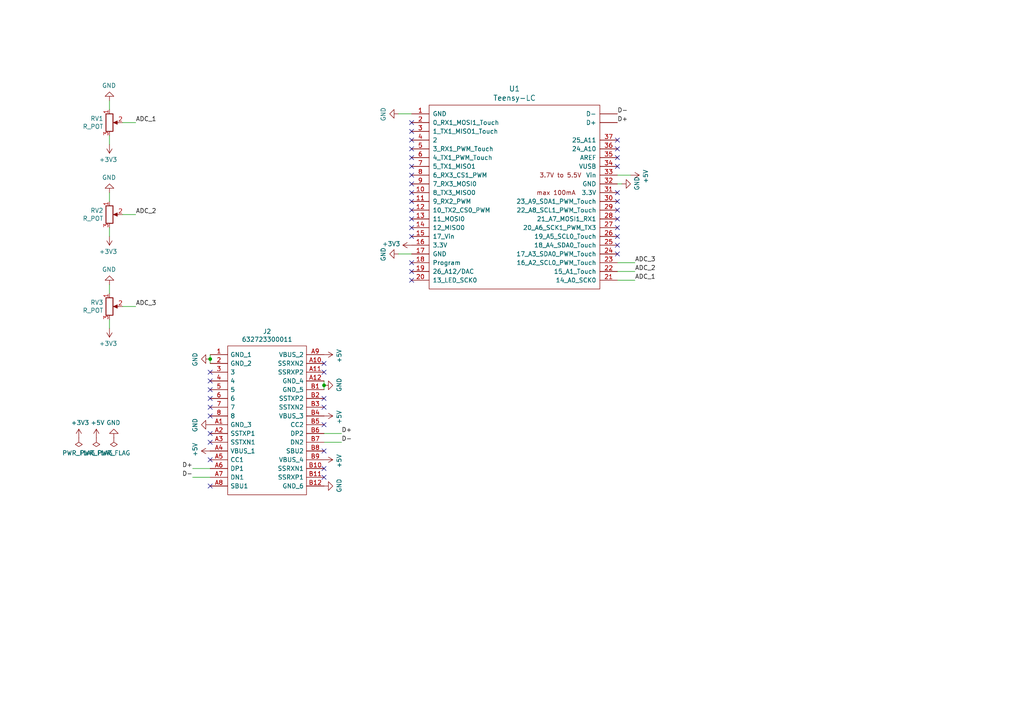
<source format=kicad_sch>
(kicad_sch
	(version 20231120)
	(generator "eeschema")
	(generator_version "8.0")
	(uuid "3283d817-aaad-46c1-87be-9b463c11e2a0")
	(paper "A4")
	(title_block
		(title "Faderbox Alps")
		(date "2020-03-05")
		(rev "3")
		(comment 1 "Changed to 3V3 for fader inputs")
	)
	(lib_symbols
		(symbol "midi-fader-alps-100mm-rescue:632723300011-SamacSys_Parts"
			(pin_names
				(offset 0.762)
			)
			(exclude_from_sim no)
			(in_bom yes)
			(on_board yes)
			(property "Reference" "J"
				(at 29.21 7.62 0)
				(effects
					(font
						(size 1.27 1.27)
					)
					(justify left)
				)
			)
			(property "Value" "632723300011-SamacSys_Parts"
				(at 29.21 5.08 0)
				(effects
					(font
						(size 1.27 1.27)
					)
					(justify left)
				)
			)
			(property "Footprint" "632723300011"
				(at 29.21 2.54 0)
				(effects
					(font
						(size 1.27 1.27)
					)
					(justify left)
					(hide yes)
				)
			)
			(property "Datasheet" "https://componentsearchengine.com/Datasheets/1/632723300011.pdf"
				(at 29.21 0 0)
				(effects
					(font
						(size 1.27 1.27)
					)
					(justify left)
					(hide yes)
				)
			)
			(property "Description" "USB Connectors WR-COM USB3.1 Type C SuperSpeed+ Rcpt"
				(at 29.21 -2.54 0)
				(effects
					(font
						(size 1.27 1.27)
					)
					(justify left)
					(hide yes)
				)
			)
			(property "Height" "2"
				(at 29.21 -5.08 0)
				(effects
					(font
						(size 1.27 1.27)
					)
					(justify left)
					(hide yes)
				)
			)
			(property "Mouser Part Number" "710-632723300011"
				(at 29.21 -7.62 0)
				(effects
					(font
						(size 1.27 1.27)
					)
					(justify left)
					(hide yes)
				)
			)
			(property "Mouser Price/Stock" "https://www.mouser.com/Search/Refine.aspx?Keyword=710-632723300011"
				(at 29.21 -10.16 0)
				(effects
					(font
						(size 1.27 1.27)
					)
					(justify left)
					(hide yes)
				)
			)
			(property "Manufacturer_Name" "Wurth Elektronik"
				(at 29.21 -12.7 0)
				(effects
					(font
						(size 1.27 1.27)
					)
					(justify left)
					(hide yes)
				)
			)
			(property "Manufacturer_Part_Number" "632723300011"
				(at 29.21 -15.24 0)
				(effects
					(font
						(size 1.27 1.27)
					)
					(justify left)
					(hide yes)
				)
			)
			(symbol "632723300011-SamacSys_Parts_0_0"
				(pin unspecified line
					(at 0 0 0)
					(length 5.08)
					(name "GND_1"
						(effects
							(font
								(size 1.27 1.27)
							)
						)
					)
					(number "1"
						(effects
							(font
								(size 1.27 1.27)
							)
						)
					)
				)
				(pin unspecified line
					(at 0 -2.54 0)
					(length 5.08)
					(name "GND_2"
						(effects
							(font
								(size 1.27 1.27)
							)
						)
					)
					(number "2"
						(effects
							(font
								(size 1.27 1.27)
							)
						)
					)
				)
				(pin unspecified line
					(at 0 -5.08 0)
					(length 5.08)
					(name "3"
						(effects
							(font
								(size 1.27 1.27)
							)
						)
					)
					(number "3"
						(effects
							(font
								(size 1.27 1.27)
							)
						)
					)
				)
				(pin unspecified line
					(at 0 -7.62 0)
					(length 5.08)
					(name "4"
						(effects
							(font
								(size 1.27 1.27)
							)
						)
					)
					(number "4"
						(effects
							(font
								(size 1.27 1.27)
							)
						)
					)
				)
				(pin unspecified line
					(at 0 -10.16 0)
					(length 5.08)
					(name "5"
						(effects
							(font
								(size 1.27 1.27)
							)
						)
					)
					(number "5"
						(effects
							(font
								(size 1.27 1.27)
							)
						)
					)
				)
				(pin unspecified line
					(at 0 -12.7 0)
					(length 5.08)
					(name "6"
						(effects
							(font
								(size 1.27 1.27)
							)
						)
					)
					(number "6"
						(effects
							(font
								(size 1.27 1.27)
							)
						)
					)
				)
				(pin unspecified line
					(at 0 -15.24 0)
					(length 5.08)
					(name "7"
						(effects
							(font
								(size 1.27 1.27)
							)
						)
					)
					(number "7"
						(effects
							(font
								(size 1.27 1.27)
							)
						)
					)
				)
				(pin unspecified line
					(at 0 -17.78 0)
					(length 5.08)
					(name "8"
						(effects
							(font
								(size 1.27 1.27)
							)
						)
					)
					(number "8"
						(effects
							(font
								(size 1.27 1.27)
							)
						)
					)
				)
				(pin unspecified line
					(at 0 -20.32 0)
					(length 5.08)
					(name "GND_3"
						(effects
							(font
								(size 1.27 1.27)
							)
						)
					)
					(number "A1"
						(effects
							(font
								(size 1.27 1.27)
							)
						)
					)
				)
				(pin unspecified line
					(at 33.02 -2.54 180)
					(length 5.08)
					(name "SSRXN2"
						(effects
							(font
								(size 1.27 1.27)
							)
						)
					)
					(number "A10"
						(effects
							(font
								(size 1.27 1.27)
							)
						)
					)
				)
				(pin unspecified line
					(at 33.02 -5.08 180)
					(length 5.08)
					(name "SSRXP2"
						(effects
							(font
								(size 1.27 1.27)
							)
						)
					)
					(number "A11"
						(effects
							(font
								(size 1.27 1.27)
							)
						)
					)
				)
				(pin unspecified line
					(at 33.02 -7.62 180)
					(length 5.08)
					(name "GND_4"
						(effects
							(font
								(size 1.27 1.27)
							)
						)
					)
					(number "A12"
						(effects
							(font
								(size 1.27 1.27)
							)
						)
					)
				)
				(pin unspecified line
					(at 0 -22.86 0)
					(length 5.08)
					(name "SSTXP1"
						(effects
							(font
								(size 1.27 1.27)
							)
						)
					)
					(number "A2"
						(effects
							(font
								(size 1.27 1.27)
							)
						)
					)
				)
				(pin unspecified line
					(at 0 -25.4 0)
					(length 5.08)
					(name "SSTXN1"
						(effects
							(font
								(size 1.27 1.27)
							)
						)
					)
					(number "A3"
						(effects
							(font
								(size 1.27 1.27)
							)
						)
					)
				)
				(pin unspecified line
					(at 0 -27.94 0)
					(length 5.08)
					(name "VBUS_1"
						(effects
							(font
								(size 1.27 1.27)
							)
						)
					)
					(number "A4"
						(effects
							(font
								(size 1.27 1.27)
							)
						)
					)
				)
				(pin unspecified line
					(at 0 -30.48 0)
					(length 5.08)
					(name "CC1"
						(effects
							(font
								(size 1.27 1.27)
							)
						)
					)
					(number "A5"
						(effects
							(font
								(size 1.27 1.27)
							)
						)
					)
				)
				(pin unspecified line
					(at 0 -33.02 0)
					(length 5.08)
					(name "DP1"
						(effects
							(font
								(size 1.27 1.27)
							)
						)
					)
					(number "A6"
						(effects
							(font
								(size 1.27 1.27)
							)
						)
					)
				)
				(pin unspecified line
					(at 0 -35.56 0)
					(length 5.08)
					(name "DN1"
						(effects
							(font
								(size 1.27 1.27)
							)
						)
					)
					(number "A7"
						(effects
							(font
								(size 1.27 1.27)
							)
						)
					)
				)
				(pin unspecified line
					(at 0 -38.1 0)
					(length 5.08)
					(name "SBU1"
						(effects
							(font
								(size 1.27 1.27)
							)
						)
					)
					(number "A8"
						(effects
							(font
								(size 1.27 1.27)
							)
						)
					)
				)
				(pin unspecified line
					(at 33.02 0 180)
					(length 5.08)
					(name "VBUS_2"
						(effects
							(font
								(size 1.27 1.27)
							)
						)
					)
					(number "A9"
						(effects
							(font
								(size 1.27 1.27)
							)
						)
					)
				)
				(pin unspecified line
					(at 33.02 -10.16 180)
					(length 5.08)
					(name "GND_5"
						(effects
							(font
								(size 1.27 1.27)
							)
						)
					)
					(number "B1"
						(effects
							(font
								(size 1.27 1.27)
							)
						)
					)
				)
				(pin unspecified line
					(at 33.02 -33.02 180)
					(length 5.08)
					(name "SSRXN1"
						(effects
							(font
								(size 1.27 1.27)
							)
						)
					)
					(number "B10"
						(effects
							(font
								(size 1.27 1.27)
							)
						)
					)
				)
				(pin unspecified line
					(at 33.02 -35.56 180)
					(length 5.08)
					(name "SSRXP1"
						(effects
							(font
								(size 1.27 1.27)
							)
						)
					)
					(number "B11"
						(effects
							(font
								(size 1.27 1.27)
							)
						)
					)
				)
				(pin unspecified line
					(at 33.02 -38.1 180)
					(length 5.08)
					(name "GND_6"
						(effects
							(font
								(size 1.27 1.27)
							)
						)
					)
					(number "B12"
						(effects
							(font
								(size 1.27 1.27)
							)
						)
					)
				)
				(pin unspecified line
					(at 33.02 -12.7 180)
					(length 5.08)
					(name "SSTXP2"
						(effects
							(font
								(size 1.27 1.27)
							)
						)
					)
					(number "B2"
						(effects
							(font
								(size 1.27 1.27)
							)
						)
					)
				)
				(pin unspecified line
					(at 33.02 -15.24 180)
					(length 5.08)
					(name "SSTXN2"
						(effects
							(font
								(size 1.27 1.27)
							)
						)
					)
					(number "B3"
						(effects
							(font
								(size 1.27 1.27)
							)
						)
					)
				)
				(pin unspecified line
					(at 33.02 -17.78 180)
					(length 5.08)
					(name "VBUS_3"
						(effects
							(font
								(size 1.27 1.27)
							)
						)
					)
					(number "B4"
						(effects
							(font
								(size 1.27 1.27)
							)
						)
					)
				)
				(pin unspecified line
					(at 33.02 -20.32 180)
					(length 5.08)
					(name "CC2"
						(effects
							(font
								(size 1.27 1.27)
							)
						)
					)
					(number "B5"
						(effects
							(font
								(size 1.27 1.27)
							)
						)
					)
				)
				(pin unspecified line
					(at 33.02 -22.86 180)
					(length 5.08)
					(name "DP2"
						(effects
							(font
								(size 1.27 1.27)
							)
						)
					)
					(number "B6"
						(effects
							(font
								(size 1.27 1.27)
							)
						)
					)
				)
				(pin unspecified line
					(at 33.02 -25.4 180)
					(length 5.08)
					(name "DN2"
						(effects
							(font
								(size 1.27 1.27)
							)
						)
					)
					(number "B7"
						(effects
							(font
								(size 1.27 1.27)
							)
						)
					)
				)
				(pin unspecified line
					(at 33.02 -27.94 180)
					(length 5.08)
					(name "SBU2"
						(effects
							(font
								(size 1.27 1.27)
							)
						)
					)
					(number "B8"
						(effects
							(font
								(size 1.27 1.27)
							)
						)
					)
				)
				(pin unspecified line
					(at 33.02 -30.48 180)
					(length 5.08)
					(name "VBUS_4"
						(effects
							(font
								(size 1.27 1.27)
							)
						)
					)
					(number "B9"
						(effects
							(font
								(size 1.27 1.27)
							)
						)
					)
				)
			)
			(symbol "632723300011-SamacSys_Parts_0_1"
				(polyline
					(pts
						(xy 5.08 2.54) (xy 27.94 2.54) (xy 27.94 -40.64) (xy 5.08 -40.64) (xy 5.08 2.54)
					)
					(stroke
						(width 0.1524)
						(type default)
					)
					(fill
						(type none)
					)
				)
			)
		)
		(symbol "midi-fader-alps-100mm-rescue:R_POT-Device"
			(pin_names
				(offset 1.016) hide)
			(exclude_from_sim no)
			(in_bom yes)
			(on_board yes)
			(property "Reference" "RV"
				(at -4.445 0 90)
				(effects
					(font
						(size 1.27 1.27)
					)
				)
			)
			(property "Value" "R_POT-Device"
				(at -2.54 0 90)
				(effects
					(font
						(size 1.27 1.27)
					)
				)
			)
			(property "Footprint" ""
				(at 0 0 0)
				(effects
					(font
						(size 1.27 1.27)
					)
					(hide yes)
				)
			)
			(property "Datasheet" ""
				(at 0 0 0)
				(effects
					(font
						(size 1.27 1.27)
					)
					(hide yes)
				)
			)
			(property "Description" ""
				(at 0 0 0)
				(effects
					(font
						(size 1.27 1.27)
					)
					(hide yes)
				)
			)
			(property "ki_fp_filters" "Potentiometer*"
				(at 0 0 0)
				(effects
					(font
						(size 1.27 1.27)
					)
					(hide yes)
				)
			)
			(symbol "R_POT-Device_0_1"
				(polyline
					(pts
						(xy 2.54 0) (xy 1.524 0)
					)
					(stroke
						(width 0)
						(type default)
					)
					(fill
						(type none)
					)
				)
				(polyline
					(pts
						(xy 1.143 0) (xy 2.286 0.508) (xy 2.286 -0.508) (xy 1.143 0)
					)
					(stroke
						(width 0)
						(type default)
					)
					(fill
						(type outline)
					)
				)
				(rectangle
					(start 1.016 2.54)
					(end -1.016 -2.54)
					(stroke
						(width 0.254)
						(type default)
					)
					(fill
						(type none)
					)
				)
			)
			(symbol "R_POT-Device_1_1"
				(pin passive line
					(at 0 3.81 270)
					(length 1.27)
					(name "1"
						(effects
							(font
								(size 1.27 1.27)
							)
						)
					)
					(number "1"
						(effects
							(font
								(size 1.27 1.27)
							)
						)
					)
				)
				(pin passive line
					(at 3.81 0 180)
					(length 1.27)
					(name "2"
						(effects
							(font
								(size 1.27 1.27)
							)
						)
					)
					(number "2"
						(effects
							(font
								(size 1.27 1.27)
							)
						)
					)
				)
				(pin passive line
					(at 0 -3.81 90)
					(length 1.27)
					(name "3"
						(effects
							(font
								(size 1.27 1.27)
							)
						)
					)
					(number "3"
						(effects
							(font
								(size 1.27 1.27)
							)
						)
					)
				)
			)
		)
		(symbol "power:+3V3"
			(power)
			(pin_names
				(offset 0)
			)
			(exclude_from_sim no)
			(in_bom yes)
			(on_board yes)
			(property "Reference" "#PWR"
				(at 0 -3.81 0)
				(effects
					(font
						(size 1.27 1.27)
					)
					(hide yes)
				)
			)
			(property "Value" "+3V3"
				(at 0 3.556 0)
				(effects
					(font
						(size 1.27 1.27)
					)
				)
			)
			(property "Footprint" ""
				(at 0 0 0)
				(effects
					(font
						(size 1.27 1.27)
					)
					(hide yes)
				)
			)
			(property "Datasheet" ""
				(at 0 0 0)
				(effects
					(font
						(size 1.27 1.27)
					)
					(hide yes)
				)
			)
			(property "Description" "Power symbol creates a global label with name \"+3V3\""
				(at 0 0 0)
				(effects
					(font
						(size 1.27 1.27)
					)
					(hide yes)
				)
			)
			(property "ki_keywords" "global power"
				(at 0 0 0)
				(effects
					(font
						(size 1.27 1.27)
					)
					(hide yes)
				)
			)
			(symbol "+3V3_0_1"
				(polyline
					(pts
						(xy -0.762 1.27) (xy 0 2.54)
					)
					(stroke
						(width 0)
						(type default)
					)
					(fill
						(type none)
					)
				)
				(polyline
					(pts
						(xy 0 0) (xy 0 2.54)
					)
					(stroke
						(width 0)
						(type default)
					)
					(fill
						(type none)
					)
				)
				(polyline
					(pts
						(xy 0 2.54) (xy 0.762 1.27)
					)
					(stroke
						(width 0)
						(type default)
					)
					(fill
						(type none)
					)
				)
			)
			(symbol "+3V3_1_1"
				(pin power_in line
					(at 0 0 90)
					(length 0) hide
					(name "+3V3"
						(effects
							(font
								(size 1.27 1.27)
							)
						)
					)
					(number "1"
						(effects
							(font
								(size 1.27 1.27)
							)
						)
					)
				)
			)
		)
		(symbol "power:+5V"
			(power)
			(pin_names
				(offset 0)
			)
			(exclude_from_sim no)
			(in_bom yes)
			(on_board yes)
			(property "Reference" "#PWR"
				(at 0 -3.81 0)
				(effects
					(font
						(size 1.27 1.27)
					)
					(hide yes)
				)
			)
			(property "Value" "+5V"
				(at 0 3.556 0)
				(effects
					(font
						(size 1.27 1.27)
					)
				)
			)
			(property "Footprint" ""
				(at 0 0 0)
				(effects
					(font
						(size 1.27 1.27)
					)
					(hide yes)
				)
			)
			(property "Datasheet" ""
				(at 0 0 0)
				(effects
					(font
						(size 1.27 1.27)
					)
					(hide yes)
				)
			)
			(property "Description" "Power symbol creates a global label with name \"+5V\""
				(at 0 0 0)
				(effects
					(font
						(size 1.27 1.27)
					)
					(hide yes)
				)
			)
			(property "ki_keywords" "global power"
				(at 0 0 0)
				(effects
					(font
						(size 1.27 1.27)
					)
					(hide yes)
				)
			)
			(symbol "+5V_0_1"
				(polyline
					(pts
						(xy -0.762 1.27) (xy 0 2.54)
					)
					(stroke
						(width 0)
						(type default)
					)
					(fill
						(type none)
					)
				)
				(polyline
					(pts
						(xy 0 0) (xy 0 2.54)
					)
					(stroke
						(width 0)
						(type default)
					)
					(fill
						(type none)
					)
				)
				(polyline
					(pts
						(xy 0 2.54) (xy 0.762 1.27)
					)
					(stroke
						(width 0)
						(type default)
					)
					(fill
						(type none)
					)
				)
			)
			(symbol "+5V_1_1"
				(pin power_in line
					(at 0 0 90)
					(length 0) hide
					(name "+5V"
						(effects
							(font
								(size 1.27 1.27)
							)
						)
					)
					(number "1"
						(effects
							(font
								(size 1.27 1.27)
							)
						)
					)
				)
			)
		)
		(symbol "power:GND"
			(power)
			(pin_names
				(offset 0)
			)
			(exclude_from_sim no)
			(in_bom yes)
			(on_board yes)
			(property "Reference" "#PWR"
				(at 0 -6.35 0)
				(effects
					(font
						(size 1.27 1.27)
					)
					(hide yes)
				)
			)
			(property "Value" "GND"
				(at 0 -3.81 0)
				(effects
					(font
						(size 1.27 1.27)
					)
				)
			)
			(property "Footprint" ""
				(at 0 0 0)
				(effects
					(font
						(size 1.27 1.27)
					)
					(hide yes)
				)
			)
			(property "Datasheet" ""
				(at 0 0 0)
				(effects
					(font
						(size 1.27 1.27)
					)
					(hide yes)
				)
			)
			(property "Description" "Power symbol creates a global label with name \"GND\" , ground"
				(at 0 0 0)
				(effects
					(font
						(size 1.27 1.27)
					)
					(hide yes)
				)
			)
			(property "ki_keywords" "global power"
				(at 0 0 0)
				(effects
					(font
						(size 1.27 1.27)
					)
					(hide yes)
				)
			)
			(symbol "GND_0_1"
				(polyline
					(pts
						(xy 0 0) (xy 0 -1.27) (xy 1.27 -1.27) (xy 0 -2.54) (xy -1.27 -1.27) (xy 0 -1.27)
					)
					(stroke
						(width 0)
						(type default)
					)
					(fill
						(type none)
					)
				)
			)
			(symbol "GND_1_1"
				(pin power_in line
					(at 0 0 270)
					(length 0) hide
					(name "GND"
						(effects
							(font
								(size 1.27 1.27)
							)
						)
					)
					(number "1"
						(effects
							(font
								(size 1.27 1.27)
							)
						)
					)
				)
			)
		)
		(symbol "power:PWR_FLAG"
			(power)
			(pin_numbers hide)
			(pin_names
				(offset 0) hide)
			(exclude_from_sim no)
			(in_bom yes)
			(on_board yes)
			(property "Reference" "#FLG"
				(at 0 1.905 0)
				(effects
					(font
						(size 1.27 1.27)
					)
					(hide yes)
				)
			)
			(property "Value" "PWR_FLAG"
				(at 0 3.81 0)
				(effects
					(font
						(size 1.27 1.27)
					)
				)
			)
			(property "Footprint" ""
				(at 0 0 0)
				(effects
					(font
						(size 1.27 1.27)
					)
					(hide yes)
				)
			)
			(property "Datasheet" "~"
				(at 0 0 0)
				(effects
					(font
						(size 1.27 1.27)
					)
					(hide yes)
				)
			)
			(property "Description" "Special symbol for telling ERC where power comes from"
				(at 0 0 0)
				(effects
					(font
						(size 1.27 1.27)
					)
					(hide yes)
				)
			)
			(property "ki_keywords" "flag power"
				(at 0 0 0)
				(effects
					(font
						(size 1.27 1.27)
					)
					(hide yes)
				)
			)
			(symbol "PWR_FLAG_0_0"
				(pin power_out line
					(at 0 0 90)
					(length 0)
					(name "pwr"
						(effects
							(font
								(size 1.27 1.27)
							)
						)
					)
					(number "1"
						(effects
							(font
								(size 1.27 1.27)
							)
						)
					)
				)
			)
			(symbol "PWR_FLAG_0_1"
				(polyline
					(pts
						(xy 0 0) (xy 0 1.27) (xy -1.016 1.905) (xy 0 2.54) (xy 1.016 1.905) (xy 0 1.27)
					)
					(stroke
						(width 0)
						(type default)
					)
					(fill
						(type none)
					)
				)
			)
		)
		(symbol "teensy:Teensy-LC"
			(pin_names
				(offset 1.016)
			)
			(exclude_from_sim no)
			(in_bom yes)
			(on_board yes)
			(property "Reference" "U"
				(at 0 29.21 0)
				(effects
					(font
						(size 1.524 1.524)
					)
				)
			)
			(property "Value" "Teensy-LC"
				(at 0 -29.21 0)
				(effects
					(font
						(size 1.524 1.524)
					)
				)
			)
			(property "Footprint" ""
				(at 0 -13.97 0)
				(effects
					(font
						(size 1.524 1.524)
					)
				)
			)
			(property "Datasheet" ""
				(at 0 -13.97 0)
				(effects
					(font
						(size 1.524 1.524)
					)
				)
			)
			(property "Description" ""
				(at 0 0 0)
				(effects
					(font
						(size 1.27 1.27)
					)
					(hide yes)
				)
			)
			(symbol "Teensy-LC_0_0"
				(text "3.7V to 5.5V"
					(at 13.97 6.35 0)
					(effects
						(font
							(size 1.27 1.27)
						)
					)
				)
				(text "max 100mA"
					(at 12.7 1.27 0)
					(effects
						(font
							(size 1.27 1.27)
						)
					)
				)
			)
			(symbol "Teensy-LC_0_1"
				(rectangle
					(start -24.13 26.67)
					(end 25.4 -26.67)
					(stroke
						(width 0)
						(type default)
					)
					(fill
						(type none)
					)
				)
			)
			(symbol "Teensy-LC_1_1"
				(pin power_in line
					(at -29.21 24.13 0)
					(length 5.08)
					(name "GND"
						(effects
							(font
								(size 1.27 1.27)
							)
						)
					)
					(number "1"
						(effects
							(font
								(size 1.27 1.27)
							)
						)
					)
				)
				(pin bidirectional line
					(at -29.21 1.27 0)
					(length 5.08)
					(name "8_TX3_MISO0"
						(effects
							(font
								(size 1.27 1.27)
							)
						)
					)
					(number "10"
						(effects
							(font
								(size 1.27 1.27)
							)
						)
					)
				)
				(pin bidirectional line
					(at -29.21 -1.27 0)
					(length 5.08)
					(name "9_RX2_PWM"
						(effects
							(font
								(size 1.27 1.27)
							)
						)
					)
					(number "11"
						(effects
							(font
								(size 1.27 1.27)
							)
						)
					)
				)
				(pin bidirectional line
					(at -29.21 -3.81 0)
					(length 5.08)
					(name "10_TX2_CS0_PWM"
						(effects
							(font
								(size 1.27 1.27)
							)
						)
					)
					(number "12"
						(effects
							(font
								(size 1.27 1.27)
							)
						)
					)
				)
				(pin bidirectional line
					(at -29.21 -6.35 0)
					(length 5.08)
					(name "11_MOSI0"
						(effects
							(font
								(size 1.27 1.27)
							)
						)
					)
					(number "13"
						(effects
							(font
								(size 1.27 1.27)
							)
						)
					)
				)
				(pin bidirectional line
					(at -29.21 -8.89 0)
					(length 5.08)
					(name "12_MISO0"
						(effects
							(font
								(size 1.27 1.27)
							)
						)
					)
					(number "14"
						(effects
							(font
								(size 1.27 1.27)
							)
						)
					)
				)
				(pin output line
					(at -29.21 -11.43 0)
					(length 5.08)
					(name "17_Vin"
						(effects
							(font
								(size 1.27 1.27)
							)
						)
					)
					(number "15"
						(effects
							(font
								(size 1.27 1.27)
							)
						)
					)
				)
				(pin power_in line
					(at -29.21 -13.97 0)
					(length 5.08)
					(name "3.3V"
						(effects
							(font
								(size 1.27 1.27)
							)
						)
					)
					(number "16"
						(effects
							(font
								(size 1.27 1.27)
							)
						)
					)
				)
				(pin power_in line
					(at -29.21 -16.51 0)
					(length 5.08)
					(name "GND"
						(effects
							(font
								(size 1.27 1.27)
							)
						)
					)
					(number "17"
						(effects
							(font
								(size 1.27 1.27)
							)
						)
					)
				)
				(pin input line
					(at -29.21 -19.05 0)
					(length 5.08)
					(name "Program"
						(effects
							(font
								(size 1.27 1.27)
							)
						)
					)
					(number "18"
						(effects
							(font
								(size 1.27 1.27)
							)
						)
					)
				)
				(pin bidirectional line
					(at -29.21 -21.59 0)
					(length 5.08)
					(name "26_A12/DAC"
						(effects
							(font
								(size 1.27 1.27)
							)
						)
					)
					(number "19"
						(effects
							(font
								(size 1.27 1.27)
							)
						)
					)
				)
				(pin bidirectional line
					(at -29.21 21.59 0)
					(length 5.08)
					(name "0_RX1_MOSI1_Touch"
						(effects
							(font
								(size 1.27 1.27)
							)
						)
					)
					(number "2"
						(effects
							(font
								(size 1.27 1.27)
							)
						)
					)
				)
				(pin bidirectional line
					(at -29.21 -24.13 0)
					(length 5.08)
					(name "13_LED_SCK0"
						(effects
							(font
								(size 1.27 1.27)
							)
						)
					)
					(number "20"
						(effects
							(font
								(size 1.27 1.27)
							)
						)
					)
				)
				(pin bidirectional line
					(at 30.48 -24.13 180)
					(length 5.08)
					(name "14_A0_SCK0"
						(effects
							(font
								(size 1.27 1.27)
							)
						)
					)
					(number "21"
						(effects
							(font
								(size 1.27 1.27)
							)
						)
					)
				)
				(pin bidirectional line
					(at 30.48 -21.59 180)
					(length 5.08)
					(name "15_A1_Touch"
						(effects
							(font
								(size 1.27 1.27)
							)
						)
					)
					(number "22"
						(effects
							(font
								(size 1.27 1.27)
							)
						)
					)
				)
				(pin bidirectional line
					(at 30.48 -19.05 180)
					(length 5.08)
					(name "16_A2_SCL0_PWM_Touch"
						(effects
							(font
								(size 1.27 1.27)
							)
						)
					)
					(number "23"
						(effects
							(font
								(size 1.27 1.27)
							)
						)
					)
				)
				(pin bidirectional line
					(at 30.48 -16.51 180)
					(length 5.08)
					(name "17_A3_SDA0_PWM_Touch"
						(effects
							(font
								(size 1.27 1.27)
							)
						)
					)
					(number "24"
						(effects
							(font
								(size 1.27 1.27)
							)
						)
					)
				)
				(pin bidirectional line
					(at 30.48 -13.97 180)
					(length 5.08)
					(name "18_A4_SDA0_Touch"
						(effects
							(font
								(size 1.27 1.27)
							)
						)
					)
					(number "25"
						(effects
							(font
								(size 1.27 1.27)
							)
						)
					)
				)
				(pin bidirectional line
					(at 30.48 -11.43 180)
					(length 5.08)
					(name "19_A5_SCL0_Touch"
						(effects
							(font
								(size 1.27 1.27)
							)
						)
					)
					(number "26"
						(effects
							(font
								(size 1.27 1.27)
							)
						)
					)
				)
				(pin bidirectional line
					(at 30.48 -8.89 180)
					(length 5.08)
					(name "20_A6_SCK1_PWM_TX3"
						(effects
							(font
								(size 1.27 1.27)
							)
						)
					)
					(number "27"
						(effects
							(font
								(size 1.27 1.27)
							)
						)
					)
				)
				(pin bidirectional line
					(at 30.48 -6.35 180)
					(length 5.08)
					(name "21_A7_MOSI1_RX1"
						(effects
							(font
								(size 1.27 1.27)
							)
						)
					)
					(number "28"
						(effects
							(font
								(size 1.27 1.27)
							)
						)
					)
				)
				(pin bidirectional line
					(at 30.48 -3.81 180)
					(length 5.08)
					(name "22_A8_SCL1_PWM_Touch"
						(effects
							(font
								(size 1.27 1.27)
							)
						)
					)
					(number "29"
						(effects
							(font
								(size 1.27 1.27)
							)
						)
					)
				)
				(pin bidirectional line
					(at -29.21 19.05 0)
					(length 5.08)
					(name "1_TX1_MISO1_Touch"
						(effects
							(font
								(size 1.27 1.27)
							)
						)
					)
					(number "3"
						(effects
							(font
								(size 1.27 1.27)
							)
						)
					)
				)
				(pin bidirectional line
					(at 30.48 -1.27 180)
					(length 5.08)
					(name "23_A9_SDA1_PWM_Touch"
						(effects
							(font
								(size 1.27 1.27)
							)
						)
					)
					(number "30"
						(effects
							(font
								(size 1.27 1.27)
							)
						)
					)
				)
				(pin power_out line
					(at 30.48 1.27 180)
					(length 5.08)
					(name "3.3V"
						(effects
							(font
								(size 1.27 1.27)
							)
						)
					)
					(number "31"
						(effects
							(font
								(size 1.27 1.27)
							)
						)
					)
				)
				(pin power_in line
					(at 30.48 3.81 180)
					(length 5.08)
					(name "GND"
						(effects
							(font
								(size 1.27 1.27)
							)
						)
					)
					(number "32"
						(effects
							(font
								(size 1.27 1.27)
							)
						)
					)
				)
				(pin power_in line
					(at 30.48 6.35 180)
					(length 5.08)
					(name "Vin"
						(effects
							(font
								(size 1.27 1.27)
							)
						)
					)
					(number "33"
						(effects
							(font
								(size 1.27 1.27)
							)
						)
					)
				)
				(pin power_in line
					(at 30.48 8.89 180)
					(length 5.08)
					(name "VUSB"
						(effects
							(font
								(size 1.27 1.27)
							)
						)
					)
					(number "34"
						(effects
							(font
								(size 1.27 1.27)
							)
						)
					)
				)
				(pin input line
					(at 30.48 11.43 180)
					(length 5.08)
					(name "AREF"
						(effects
							(font
								(size 1.27 1.27)
							)
						)
					)
					(number "35"
						(effects
							(font
								(size 1.27 1.27)
							)
						)
					)
				)
				(pin bidirectional line
					(at 30.48 13.97 180)
					(length 5.08)
					(name "24_A10"
						(effects
							(font
								(size 1.27 1.27)
							)
						)
					)
					(number "36"
						(effects
							(font
								(size 1.27 1.27)
							)
						)
					)
				)
				(pin bidirectional line
					(at 30.48 16.51 180)
					(length 5.08)
					(name "25_A11"
						(effects
							(font
								(size 1.27 1.27)
							)
						)
					)
					(number "37"
						(effects
							(font
								(size 1.27 1.27)
							)
						)
					)
				)
				(pin bidirectional line
					(at -29.21 16.51 0)
					(length 5.08)
					(name "2"
						(effects
							(font
								(size 1.27 1.27)
							)
						)
					)
					(number "4"
						(effects
							(font
								(size 1.27 1.27)
							)
						)
					)
				)
				(pin bidirectional line
					(at -29.21 13.97 0)
					(length 5.08)
					(name "3_RX1_PWM_Touch"
						(effects
							(font
								(size 1.27 1.27)
							)
						)
					)
					(number "5"
						(effects
							(font
								(size 1.27 1.27)
							)
						)
					)
				)
				(pin bidirectional line
					(at -29.21 11.43 0)
					(length 5.08)
					(name "4_TX1_PWM_Touch"
						(effects
							(font
								(size 1.27 1.27)
							)
						)
					)
					(number "6"
						(effects
							(font
								(size 1.27 1.27)
							)
						)
					)
				)
				(pin bidirectional line
					(at -29.21 8.89 0)
					(length 5.08)
					(name "5_TX1_MISO1"
						(effects
							(font
								(size 1.27 1.27)
							)
						)
					)
					(number "7"
						(effects
							(font
								(size 1.27 1.27)
							)
						)
					)
				)
				(pin bidirectional line
					(at -29.21 6.35 0)
					(length 5.08)
					(name "6_RX3_CS1_PWM"
						(effects
							(font
								(size 1.27 1.27)
							)
						)
					)
					(number "8"
						(effects
							(font
								(size 1.27 1.27)
							)
						)
					)
				)
				(pin bidirectional line
					(at -29.21 3.81 0)
					(length 5.08)
					(name "7_RX3_MOSI0"
						(effects
							(font
								(size 1.27 1.27)
							)
						)
					)
					(number "9"
						(effects
							(font
								(size 1.27 1.27)
							)
						)
					)
				)
				(pin bidirectional line
					(at 30.48 21.59 180)
					(length 5.08)
					(name "D+"
						(effects
							(font
								(size 1.27 1.27)
							)
						)
					)
					(number "~"
						(effects
							(font
								(size 1.27 1.27)
							)
						)
					)
				)
				(pin bidirectional line
					(at 30.48 24.13 180)
					(length 5.08)
					(name "D-"
						(effects
							(font
								(size 1.27 1.27)
							)
						)
					)
					(number "~"
						(effects
							(font
								(size 1.27 1.27)
							)
						)
					)
				)
			)
		)
	)
	(junction
		(at 60.96 104.14)
		(diameter 0)
		(color 0 0 0 0)
		(uuid "1219a4b7-c33d-4496-b69c-4e11d8f84580")
	)
	(junction
		(at 93.98 111.76)
		(diameter 0)
		(color 0 0 0 0)
		(uuid "c1bd9a0e-610f-49ab-a998-07da534fa947")
	)
	(no_connect
		(at 119.38 48.26)
		(uuid "04c39f37-5370-4140-8475-5cb699968849")
	)
	(no_connect
		(at 179.07 43.18)
		(uuid "0c3ef225-e1a4-42e5-afdd-b6016c12bc9e")
	)
	(no_connect
		(at 179.07 55.88)
		(uuid "1247df1c-9866-4106-bce7-ff8671a916b7")
	)
	(no_connect
		(at 179.07 73.66)
		(uuid "14d2c2ad-e846-4a21-920a-9554a5d41c1a")
	)
	(no_connect
		(at 60.96 113.03)
		(uuid "1d8e6824-cce5-4c5d-9912-33682131a646")
	)
	(no_connect
		(at 179.07 58.42)
		(uuid "1fe5009c-0ce3-4ef8-b518-0350ec73e619")
	)
	(no_connect
		(at 93.98 107.95)
		(uuid "22568179-8eb0-40d0-9e67-701c898c9969")
	)
	(no_connect
		(at 179.07 45.72)
		(uuid "2467b217-0261-436e-8cd1-0cecca94e973")
	)
	(no_connect
		(at 179.07 40.64)
		(uuid "2765ebab-4a59-4220-8ac8-fc23cf799199")
	)
	(no_connect
		(at 119.38 60.96)
		(uuid "28e2cb1b-c324-46a5-a68f-4fe199c2e094")
	)
	(no_connect
		(at 93.98 135.89)
		(uuid "41acd770-f9af-42e9-afb1-533aa5d31a40")
	)
	(no_connect
		(at 119.38 55.88)
		(uuid "46fec23f-9017-4723-94c6-b4696cbdbebd")
	)
	(no_connect
		(at 119.38 68.58)
		(uuid "52962332-c197-4ec6-8a2d-6bd1a8bc1403")
	)
	(no_connect
		(at 60.96 118.11)
		(uuid "530ec9dc-6b4e-439f-ad31-53cd2d090f4d")
	)
	(no_connect
		(at 93.98 138.43)
		(uuid "5628bc46-0971-4916-a6a2-42684a5bc3f6")
	)
	(no_connect
		(at 119.38 76.2)
		(uuid "5c84234a-e617-4eed-bb95-b4d32c862e8d")
	)
	(no_connect
		(at 119.38 81.28)
		(uuid "5ce2badb-0b08-4e32-9373-79f60fb51244")
	)
	(no_connect
		(at 119.38 35.56)
		(uuid "5d32222c-f8d2-4696-81e0-cdf3d502c2ba")
	)
	(no_connect
		(at 179.07 66.04)
		(uuid "6372bc98-c7c2-4346-999e-0c02ddb9e473")
	)
	(no_connect
		(at 179.07 63.5)
		(uuid "6cc53278-329d-47e0-b615-ebd4feba4c0f")
	)
	(no_connect
		(at 93.98 105.41)
		(uuid "73c48b6e-8011-4bcc-b28c-01a7caecee16")
	)
	(no_connect
		(at 179.07 60.96)
		(uuid "78ddef78-e275-427f-80e6-abef52dd3b6e")
	)
	(no_connect
		(at 119.38 78.74)
		(uuid "79a21420-7eae-489d-a532-8417c1bf4f9d")
	)
	(no_connect
		(at 119.38 45.72)
		(uuid "79f81ce7-d74c-49e8-8b65-4574ce473a86")
	)
	(no_connect
		(at 119.38 63.5)
		(uuid "7a1c2a59-e061-40b2-a093-9315c5c6e903")
	)
	(no_connect
		(at 119.38 43.18)
		(uuid "7fd9f09a-3887-4f72-a788-9fa0d929a381")
	)
	(no_connect
		(at 60.96 107.95)
		(uuid "8e6b4b67-d5b4-4d13-8c6b-167703898cb0")
	)
	(no_connect
		(at 119.38 66.04)
		(uuid "940e9637-8fb6-4f9e-8aee-a565803fadd5")
	)
	(no_connect
		(at 179.07 71.12)
		(uuid "94d8536c-4970-457d-a4f7-3b8fb4dbc950")
	)
	(no_connect
		(at 93.98 118.11)
		(uuid "994eb5f1-83e5-4b3b-90ec-d84fcd9dd113")
	)
	(no_connect
		(at 60.96 120.65)
		(uuid "a05a7aa7-4a26-4b23-9752-863ba8f035a3")
	)
	(no_connect
		(at 60.96 115.57)
		(uuid "a3de9aa1-f8b6-4213-9453-85109fd8c0f3")
	)
	(no_connect
		(at 60.96 133.35)
		(uuid "a3f906d5-7066-4d5c-a990-4b7d99dff446")
	)
	(no_connect
		(at 93.98 123.19)
		(uuid "a4eed0b6-e8b1-45bf-bd43-67e273534795")
	)
	(no_connect
		(at 119.38 58.42)
		(uuid "afc0c1ec-3ac4-440d-a014-4076956cbf19")
	)
	(no_connect
		(at 60.96 128.27)
		(uuid "afdf573a-920b-44f5-9b70-8e12fef3d5af")
	)
	(no_connect
		(at 179.07 48.26)
		(uuid "b0ed6bcc-6c72-488c-81c4-92b231ef7ab3")
	)
	(no_connect
		(at 93.98 115.57)
		(uuid "b22c907a-d2bd-4f6f-b989-f17198a7b838")
	)
	(no_connect
		(at 119.38 50.8)
		(uuid "b425ecfb-ebd1-4a31-85e9-01a1e020e8ec")
	)
	(no_connect
		(at 60.96 125.73)
		(uuid "b7511431-7d2f-435a-8521-1dbaf07b6641")
	)
	(no_connect
		(at 60.96 110.49)
		(uuid "c5e0ac1e-0677-40cf-a908-655d80ef4411")
	)
	(no_connect
		(at 93.98 130.81)
		(uuid "c9e081d3-9cb8-4b08-a156-783b33fa8234")
	)
	(no_connect
		(at 60.96 140.97)
		(uuid "d1828dc3-3efd-48a1-bcad-7e562db440b6")
	)
	(no_connect
		(at 119.38 38.1)
		(uuid "e38bd5e7-1381-435e-b230-60166752fcc1")
	)
	(no_connect
		(at 119.38 53.34)
		(uuid "f1a5f52a-a003-4ec2-b141-fac24ed940a6")
	)
	(no_connect
		(at 179.07 68.58)
		(uuid "f9587959-dee5-42d4-99e0-729e61d91905")
	)
	(no_connect
		(at 119.38 40.64)
		(uuid "fcf68ea9-7cbd-4dc1-94fd-8520cc8ccb66")
	)
	(wire
		(pts
			(xy 35.56 62.23) (xy 39.37 62.23)
		)
		(stroke
			(width 0)
			(type default)
		)
		(uuid "00b28287-05df-4938-be10-7c273557dfed")
	)
	(wire
		(pts
			(xy 31.75 55.88) (xy 31.75 58.42)
		)
		(stroke
			(width 0)
			(type default)
		)
		(uuid "03c0e7af-2b30-4598-82da-e168a1782499")
	)
	(wire
		(pts
			(xy 115.57 73.66) (xy 119.38 73.66)
		)
		(stroke
			(width 0)
			(type default)
		)
		(uuid "0b23c485-b884-4026-9938-f65532776f57")
	)
	(wire
		(pts
			(xy 93.98 128.27) (xy 99.06 128.27)
		)
		(stroke
			(width 0)
			(type default)
		)
		(uuid "29e0752b-fb67-450f-8580-b0e8724165c5")
	)
	(wire
		(pts
			(xy 179.07 81.28) (xy 184.15 81.28)
		)
		(stroke
			(width 0)
			(type default)
		)
		(uuid "3c7cc343-c350-42fb-baf2-0ec379c2e7ab")
	)
	(wire
		(pts
			(xy 184.15 76.2) (xy 179.07 76.2)
		)
		(stroke
			(width 0)
			(type default)
		)
		(uuid "42d01a1a-2d65-40b5-88e0-2eafdd24542b")
	)
	(wire
		(pts
			(xy 93.98 125.73) (xy 99.06 125.73)
		)
		(stroke
			(width 0)
			(type default)
		)
		(uuid "4dd47b28-f466-4edc-a19d-01e5b3c76c49")
	)
	(wire
		(pts
			(xy 93.98 111.76) (xy 93.98 113.03)
		)
		(stroke
			(width 0)
			(type default)
		)
		(uuid "64ab6c0c-e890-4c3e-a825-ab632eb7e754")
	)
	(wire
		(pts
			(xy 31.75 66.04) (xy 31.75 68.58)
		)
		(stroke
			(width 0)
			(type default)
		)
		(uuid "6681fd88-c40c-4246-b394-9bff655c5ea9")
	)
	(wire
		(pts
			(xy 35.56 35.56) (xy 39.37 35.56)
		)
		(stroke
			(width 0)
			(type default)
		)
		(uuid "6cfb6b61-32ab-417d-9b10-ed79916ecfdc")
	)
	(wire
		(pts
			(xy 115.57 33.02) (xy 119.38 33.02)
		)
		(stroke
			(width 0)
			(type default)
		)
		(uuid "6f9b7686-2075-4166-9d16-bf9064f8f9d9")
	)
	(wire
		(pts
			(xy 55.88 138.43) (xy 60.96 138.43)
		)
		(stroke
			(width 0)
			(type default)
		)
		(uuid "812d35a5-ccc6-4699-99e3-dcd999f331ec")
	)
	(wire
		(pts
			(xy 182.88 50.8) (xy 179.07 50.8)
		)
		(stroke
			(width 0)
			(type default)
		)
		(uuid "8b7e793f-8314-46c3-8ab8-67cecf53914a")
	)
	(wire
		(pts
			(xy 60.96 104.14) (xy 60.96 105.41)
		)
		(stroke
			(width 0)
			(type default)
		)
		(uuid "8d506a5e-1031-429c-acd7-2dd1368fbd1c")
	)
	(wire
		(pts
			(xy 31.75 95.25) (xy 31.75 92.71)
		)
		(stroke
			(width 0)
			(type default)
		)
		(uuid "903beaa1-d5d1-4c02-ace7-94350922ab9c")
	)
	(wire
		(pts
			(xy 179.07 53.34) (xy 180.34 53.34)
		)
		(stroke
			(width 0)
			(type default)
		)
		(uuid "9bd56ecc-2d2b-4b6f-8bcf-0f813c7ac637")
	)
	(wire
		(pts
			(xy 31.75 82.55) (xy 31.75 85.09)
		)
		(stroke
			(width 0)
			(type default)
		)
		(uuid "aaad52a8-eae5-44a7-83ef-751b596cfa81")
	)
	(wire
		(pts
			(xy 31.75 39.37) (xy 31.75 41.91)
		)
		(stroke
			(width 0)
			(type default)
		)
		(uuid "ad6a2b73-cb89-4a73-a4cf-f0698e710c83")
	)
	(wire
		(pts
			(xy 60.96 135.89) (xy 55.88 135.89)
		)
		(stroke
			(width 0)
			(type default)
		)
		(uuid "b3501086-e5ee-4efa-bceb-dbaa40a250d5")
	)
	(wire
		(pts
			(xy 60.96 102.87) (xy 60.96 104.14)
		)
		(stroke
			(width 0)
			(type default)
		)
		(uuid "c0b4f35d-0624-41a1-a441-ebfa0dd90bd9")
	)
	(wire
		(pts
			(xy 179.07 78.74) (xy 184.15 78.74)
		)
		(stroke
			(width 0)
			(type default)
		)
		(uuid "cf4e2a48-0726-4046-b1b8-933eb778f04a")
	)
	(wire
		(pts
			(xy 35.56 88.9) (xy 39.37 88.9)
		)
		(stroke
			(width 0)
			(type default)
		)
		(uuid "d22c5efe-dad5-4912-b4a3-208a20d774bb")
	)
	(wire
		(pts
			(xy 93.98 110.49) (xy 93.98 111.76)
		)
		(stroke
			(width 0)
			(type default)
		)
		(uuid "d842a489-8878-4b07-9068-a5e96fbbfb11")
	)
	(wire
		(pts
			(xy 31.75 29.21) (xy 31.75 31.75)
		)
		(stroke
			(width 0)
			(type default)
		)
		(uuid "daebd15c-bbba-49a2-b0dd-c51a79db5bbf")
	)
	(label "ADC_3"
		(at 39.37 88.9 0)
		(fields_autoplaced yes)
		(effects
			(font
				(size 1.27 1.27)
			)
			(justify left bottom)
		)
		(uuid "0548e5d0-1936-4ede-8ce9-2d190fba56c2")
	)
	(label "D+"
		(at 99.06 125.73 0)
		(fields_autoplaced yes)
		(effects
			(font
				(size 1.27 1.27)
			)
			(justify left bottom)
		)
		(uuid "0e733c49-45cb-40fe-bbfb-a7a82dc1c0fd")
	)
	(label "ADC_2"
		(at 184.15 78.74 0)
		(fields_autoplaced yes)
		(effects
			(font
				(size 1.27 1.27)
			)
			(justify left bottom)
		)
		(uuid "12ae50ab-a2aa-49a2-b22c-ec7bb6950d42")
	)
	(label "ADC_2"
		(at 39.37 62.23 0)
		(fields_autoplaced yes)
		(effects
			(font
				(size 1.27 1.27)
			)
			(justify left bottom)
		)
		(uuid "13bc3718-3b99-414d-93f5-86554ed69e9a")
	)
	(label "D+"
		(at 179.07 35.56 0)
		(fields_autoplaced yes)
		(effects
			(font
				(size 1.27 1.27)
			)
			(justify left bottom)
		)
		(uuid "2aca5f93-a02d-4a10-bed2-f9f27bfb7182")
	)
	(label "D-"
		(at 55.88 138.43 180)
		(fields_autoplaced yes)
		(effects
			(font
				(size 1.27 1.27)
			)
			(justify right bottom)
		)
		(uuid "41ff8e00-c39d-4e72-81b8-f7d7aec13dc9")
	)
	(label "D-"
		(at 99.06 128.27 0)
		(fields_autoplaced yes)
		(effects
			(font
				(size 1.27 1.27)
			)
			(justify left bottom)
		)
		(uuid "69d0cf13-8541-4817-aa37-e54f426498b4")
	)
	(label "ADC_3"
		(at 184.15 76.2 0)
		(fields_autoplaced yes)
		(effects
			(font
				(size 1.27 1.27)
			)
			(justify left bottom)
		)
		(uuid "a4b6c831-86c8-4162-9f33-61bf82de82aa")
	)
	(label "ADC_1"
		(at 39.37 35.56 0)
		(fields_autoplaced yes)
		(effects
			(font
				(size 1.27 1.27)
			)
			(justify left bottom)
		)
		(uuid "b262ff7a-63ef-494b-ac76-5020773ad906")
	)
	(label "D+"
		(at 55.88 135.89 180)
		(fields_autoplaced yes)
		(effects
			(font
				(size 1.27 1.27)
			)
			(justify right bottom)
		)
		(uuid "b2f306cf-07e2-40c1-a8cc-c6b611334580")
	)
	(label "D-"
		(at 179.07 33.02 0)
		(fields_autoplaced yes)
		(effects
			(font
				(size 1.27 1.27)
			)
			(justify left bottom)
		)
		(uuid "d90e52ee-5afe-4554-bc30-0a599ec2f31a")
	)
	(label "ADC_1"
		(at 184.15 81.28 0)
		(fields_autoplaced yes)
		(effects
			(font
				(size 1.27 1.27)
			)
			(justify left bottom)
		)
		(uuid "f6f0a052-f90b-45fd-b37c-3af1e7171a64")
	)
	(symbol
		(lib_id "power:GND")
		(at 31.75 29.21 180)
		(unit 1)
		(exclude_from_sim no)
		(in_bom yes)
		(on_board yes)
		(dnp no)
		(uuid "00000000-0000-0000-0000-00005e1cc806")
		(property "Reference" "#PWR03"
			(at 31.75 22.86 0)
			(effects
				(font
					(size 1.27 1.27)
				)
				(hide yes)
			)
		)
		(property "Value" "GND"
			(at 31.623 24.8158 0)
			(effects
				(font
					(size 1.27 1.27)
				)
			)
		)
		(property "Footprint" ""
			(at 31.75 29.21 0)
			(effects
				(font
					(size 1.27 1.27)
				)
				(hide yes)
			)
		)
		(property "Datasheet" ""
			(at 31.75 29.21 0)
			(effects
				(font
					(size 1.27 1.27)
				)
				(hide yes)
			)
		)
		(property "Description" ""
			(at 31.75 29.21 0)
			(effects
				(font
					(size 1.27 1.27)
				)
				(hide yes)
			)
		)
		(pin "1"
			(uuid "e17bcaa4-1a87-4b57-bb5f-90bff6bf4f45")
		)
		(instances
			(project "midi fader alps 100mm"
				(path "/3283d817-aaad-46c1-87be-9b463c11e2a0"
					(reference "#PWR03")
					(unit 1)
				)
			)
		)
	)
	(symbol
		(lib_id "midi-fader-alps-100mm-rescue:R_POT-Device")
		(at 31.75 35.56 0)
		(unit 1)
		(exclude_from_sim no)
		(in_bom yes)
		(on_board yes)
		(dnp no)
		(uuid "00000000-0000-0000-0000-00005e1cd28c")
		(property "Reference" "RV1"
			(at 29.9974 34.3916 0)
			(effects
				(font
					(size 1.27 1.27)
				)
				(justify right)
			)
		)
		(property "Value" "R_POT"
			(at 29.9974 36.703 0)
			(effects
				(font
					(size 1.27 1.27)
				)
				(justify right)
			)
		)
		(property "Footprint" "SamacSys_Parts:Alps_RSA0N111900Q"
			(at 31.75 35.56 0)
			(effects
				(font
					(size 1.27 1.27)
				)
				(hide yes)
			)
		)
		(property "Datasheet" "~"
			(at 31.75 35.56 0)
			(effects
				(font
					(size 1.27 1.27)
				)
				(hide yes)
			)
		)
		(property "Description" ""
			(at 31.75 35.56 0)
			(effects
				(font
					(size 1.27 1.27)
				)
				(hide yes)
			)
		)
		(pin "1"
			(uuid "7b1b2816-0f64-4a75-ae6e-279c8bd328b3")
		)
		(pin "2"
			(uuid "c50f5c94-d194-4aac-83e0-1fa63adad6e1")
		)
		(pin "3"
			(uuid "6bd9220d-7e4d-4ac9-84ea-d819fef49e7f")
		)
		(instances
			(project "midi fader alps 100mm"
				(path "/3283d817-aaad-46c1-87be-9b463c11e2a0"
					(reference "RV1")
					(unit 1)
				)
			)
		)
	)
	(symbol
		(lib_id "power:GND")
		(at 31.75 82.55 180)
		(unit 1)
		(exclude_from_sim no)
		(in_bom yes)
		(on_board yes)
		(dnp no)
		(uuid "00000000-0000-0000-0000-00005e1dac15")
		(property "Reference" "#PWR07"
			(at 31.75 76.2 0)
			(effects
				(font
					(size 1.27 1.27)
				)
				(hide yes)
			)
		)
		(property "Value" "GND"
			(at 31.623 78.1558 0)
			(effects
				(font
					(size 1.27 1.27)
				)
			)
		)
		(property "Footprint" ""
			(at 31.75 82.55 0)
			(effects
				(font
					(size 1.27 1.27)
				)
				(hide yes)
			)
		)
		(property "Datasheet" ""
			(at 31.75 82.55 0)
			(effects
				(font
					(size 1.27 1.27)
				)
				(hide yes)
			)
		)
		(property "Description" ""
			(at 31.75 82.55 0)
			(effects
				(font
					(size 1.27 1.27)
				)
				(hide yes)
			)
		)
		(pin "1"
			(uuid "e0e94a88-338a-4df1-9bfb-6133be6f3797")
		)
		(instances
			(project "midi fader alps 100mm"
				(path "/3283d817-aaad-46c1-87be-9b463c11e2a0"
					(reference "#PWR07")
					(unit 1)
				)
			)
		)
	)
	(symbol
		(lib_id "midi-fader-alps-100mm-rescue:R_POT-Device")
		(at 31.75 88.9 0)
		(unit 1)
		(exclude_from_sim no)
		(in_bom yes)
		(on_board yes)
		(dnp no)
		(uuid "00000000-0000-0000-0000-00005e1dac1f")
		(property "Reference" "RV3"
			(at 29.9974 87.7316 0)
			(effects
				(font
					(size 1.27 1.27)
				)
				(justify right)
			)
		)
		(property "Value" "R_POT"
			(at 29.9974 90.043 0)
			(effects
				(font
					(size 1.27 1.27)
				)
				(justify right)
			)
		)
		(property "Footprint" "SamacSys_Parts:Alps_RSA0N111900Q"
			(at 31.75 88.9 0)
			(effects
				(font
					(size 1.27 1.27)
				)
				(hide yes)
			)
		)
		(property "Datasheet" "~"
			(at 31.75 88.9 0)
			(effects
				(font
					(size 1.27 1.27)
				)
				(hide yes)
			)
		)
		(property "Description" ""
			(at 31.75 88.9 0)
			(effects
				(font
					(size 1.27 1.27)
				)
				(hide yes)
			)
		)
		(pin "1"
			(uuid "e0332959-d44b-472f-accc-6aea2e427795")
		)
		(pin "2"
			(uuid "b7f753af-5d9a-44d2-ab6f-4950f759e421")
		)
		(pin "3"
			(uuid "5281f244-facc-4a40-9ce2-d069cd3e1603")
		)
		(instances
			(project "midi fader alps 100mm"
				(path "/3283d817-aaad-46c1-87be-9b463c11e2a0"
					(reference "RV3")
					(unit 1)
				)
			)
		)
	)
	(symbol
		(lib_id "power:GND")
		(at 31.75 55.88 180)
		(unit 1)
		(exclude_from_sim no)
		(in_bom yes)
		(on_board yes)
		(dnp no)
		(uuid "00000000-0000-0000-0000-00005e1dac35")
		(property "Reference" "#PWR05"
			(at 31.75 49.53 0)
			(effects
				(font
					(size 1.27 1.27)
				)
				(hide yes)
			)
		)
		(property "Value" "GND"
			(at 31.623 51.4858 0)
			(effects
				(font
					(size 1.27 1.27)
				)
			)
		)
		(property "Footprint" ""
			(at 31.75 55.88 0)
			(effects
				(font
					(size 1.27 1.27)
				)
				(hide yes)
			)
		)
		(property "Datasheet" ""
			(at 31.75 55.88 0)
			(effects
				(font
					(size 1.27 1.27)
				)
				(hide yes)
			)
		)
		(property "Description" ""
			(at 31.75 55.88 0)
			(effects
				(font
					(size 1.27 1.27)
				)
				(hide yes)
			)
		)
		(pin "1"
			(uuid "e2c27fd1-9aaa-475a-a0d2-61606e02034b")
		)
		(instances
			(project "midi fader alps 100mm"
				(path "/3283d817-aaad-46c1-87be-9b463c11e2a0"
					(reference "#PWR05")
					(unit 1)
				)
			)
		)
	)
	(symbol
		(lib_id "midi-fader-alps-100mm-rescue:R_POT-Device")
		(at 31.75 62.23 0)
		(unit 1)
		(exclude_from_sim no)
		(in_bom yes)
		(on_board yes)
		(dnp no)
		(uuid "00000000-0000-0000-0000-00005e1dac3f")
		(property "Reference" "RV2"
			(at 29.9974 61.0616 0)
			(effects
				(font
					(size 1.27 1.27)
				)
				(justify right)
			)
		)
		(property "Value" "R_POT"
			(at 29.9974 63.373 0)
			(effects
				(font
					(size 1.27 1.27)
				)
				(justify right)
			)
		)
		(property "Footprint" "SamacSys_Parts:Alps_RSA0N111900Q"
			(at 31.75 62.23 0)
			(effects
				(font
					(size 1.27 1.27)
				)
				(hide yes)
			)
		)
		(property "Datasheet" "~"
			(at 31.75 62.23 0)
			(effects
				(font
					(size 1.27 1.27)
				)
				(hide yes)
			)
		)
		(property "Description" ""
			(at 31.75 62.23 0)
			(effects
				(font
					(size 1.27 1.27)
				)
				(hide yes)
			)
		)
		(pin "1"
			(uuid "38633229-68a9-4c51-9333-b87625e40fbc")
		)
		(pin "2"
			(uuid "f23e31e6-e1fd-41e2-b153-b83fc12ad4f7")
		)
		(pin "3"
			(uuid "bccec5ab-24ec-419c-96f1-e3f791819012")
		)
		(instances
			(project "midi fader alps 100mm"
				(path "/3283d817-aaad-46c1-87be-9b463c11e2a0"
					(reference "RV2")
					(unit 1)
				)
			)
		)
	)
	(symbol
		(lib_id "teensy:Teensy-LC")
		(at 148.59 57.15 0)
		(unit 1)
		(exclude_from_sim no)
		(in_bom yes)
		(on_board yes)
		(dnp no)
		(uuid "00000000-0000-0000-0000-00005e28eaff")
		(property "Reference" "U1"
			(at 149.225 25.7302 0)
			(effects
				(font
					(size 1.524 1.524)
				)
			)
		)
		(property "Value" "Teensy-LC"
			(at 149.225 28.4226 0)
			(effects
				(font
					(size 1.524 1.524)
				)
			)
		)
		(property "Footprint" "teensy:Teensy30_31_32_LC"
			(at 148.59 71.12 0)
			(effects
				(font
					(size 1.524 1.524)
				)
				(hide yes)
			)
		)
		(property "Datasheet" ""
			(at 148.59 71.12 0)
			(effects
				(font
					(size 1.524 1.524)
				)
			)
		)
		(property "Description" ""
			(at 148.59 57.15 0)
			(effects
				(font
					(size 1.27 1.27)
				)
				(hide yes)
			)
		)
		(pin "1"
			(uuid "ca4892f8-7e42-4dab-ab30-8e1dfe2f98a7")
		)
		(pin "10"
			(uuid "4c9256fe-9981-4052-8d1f-1464bb9b1846")
		)
		(pin "11"
			(uuid "c28743f3-7314-409d-a25b-fd52fb432c53")
		)
		(pin "12"
			(uuid "3d5b1914-2605-437f-9284-cbe53d43dee7")
		)
		(pin "13"
			(uuid "33782496-d8eb-45d3-8e71-bffd3ae6163f")
		)
		(pin "14"
			(uuid "9808d3ed-d5bb-428e-8c63-9f7f492b4728")
		)
		(pin "15"
			(uuid "eabb3c1f-8f59-4dfc-a82f-6881d256cd20")
		)
		(pin "16"
			(uuid "fd6090f2-d0b6-4b44-9f12-16de1bdbd2c8")
		)
		(pin "17"
			(uuid "a2097bfe-6e7f-4133-bf38-88068df49bcd")
		)
		(pin "18"
			(uuid "6e49fb9f-e2c4-4e51-864d-e5e4a7bfee97")
		)
		(pin "19"
			(uuid "0affcbf6-3bea-4aa0-805e-60c53a3606c2")
		)
		(pin "2"
			(uuid "78b68587-7aa4-4df9-a3db-23d60a2f89fc")
		)
		(pin "20"
			(uuid "1e204806-3e00-4fe4-a7f1-c0b39040e433")
		)
		(pin "21"
			(uuid "38b510a0-967a-4bfb-be25-012eab6c992f")
		)
		(pin "22"
			(uuid "f0d9e063-4e9e-4026-8e7c-2bd275c7bb65")
		)
		(pin "23"
			(uuid "08645a22-d285-48c5-a2e8-b2633baa2973")
		)
		(pin "24"
			(uuid "a5b09e12-c8ce-4799-9502-b77e678ee1b6")
		)
		(pin "25"
			(uuid "9945f66c-143b-459b-950c-7e77842f855f")
		)
		(pin "26"
			(uuid "0ca620ae-6783-4057-9976-2d6970c61f5f")
		)
		(pin "27"
			(uuid "d13ac8be-7ade-4578-b84e-0424497bb3ef")
		)
		(pin "28"
			(uuid "cb6141a3-6428-4071-a4db-7580ef11b9de")
		)
		(pin "29"
			(uuid "1127ff9d-e8e2-439f-9801-a16b7c805dc8")
		)
		(pin "3"
			(uuid "9f447d0e-96ac-4952-a0bf-d6f8243f3184")
		)
		(pin "30"
			(uuid "cfc49278-add7-4fcc-9d13-0cfc0079fc2a")
		)
		(pin "31"
			(uuid "dd6366f3-d5d9-44d7-ac76-d55410bf3724")
		)
		(pin "32"
			(uuid "2f2af1c5-9db1-4844-874d-b4c69a1bfdb0")
		)
		(pin "33"
			(uuid "29906ced-6227-44f9-b4e4-74c0d9bac50f")
		)
		(pin "34"
			(uuid "719c72a7-fbcf-4642-a93f-c07b927a0011")
		)
		(pin "35"
			(uuid "69e2366f-2f66-464b-b3f7-3c20417d37ed")
		)
		(pin "36"
			(uuid "da109cbe-6e76-414f-828a-ba883fddba0f")
		)
		(pin "37"
			(uuid "633abffd-2fa2-4552-8475-cda4e2355c98")
		)
		(pin "4"
			(uuid "b6777899-112c-41de-b72d-00cc16ea6e61")
		)
		(pin "5"
			(uuid "4b62ba33-4458-4cf8-80a5-79310f8d66bd")
		)
		(pin "6"
			(uuid "50f60fd3-0a57-4df5-8738-24173caba84e")
		)
		(pin "7"
			(uuid "51a42679-3949-4847-8a3b-cb5edde55609")
		)
		(pin "8"
			(uuid "cd5f418a-ca73-49be-a5d7-9197c1b6b764")
		)
		(pin "9"
			(uuid "f6607df0-39cb-426b-bdc5-cf9b5a474917")
		)
		(pin "~"
			(uuid "4c8c8d07-eefd-4b5a-8edb-8aeb1f3563af")
		)
		(pin "~"
			(uuid "4c8c8d07-eefd-4b5a-8edb-8aeb1f3563b0")
		)
		(instances
			(project "midi fader alps 100mm"
				(path "/3283d817-aaad-46c1-87be-9b463c11e2a0"
					(reference "U1")
					(unit 1)
				)
			)
		)
	)
	(symbol
		(lib_id "power:GND")
		(at 115.57 33.02 270)
		(unit 1)
		(exclude_from_sim no)
		(in_bom yes)
		(on_board yes)
		(dnp no)
		(uuid "00000000-0000-0000-0000-00005e2b0e79")
		(property "Reference" "#PWR0101"
			(at 109.22 33.02 0)
			(effects
				(font
					(size 1.27 1.27)
				)
				(hide yes)
			)
		)
		(property "Value" "GND"
			(at 111.1758 33.147 0)
			(effects
				(font
					(size 1.27 1.27)
				)
			)
		)
		(property "Footprint" ""
			(at 115.57 33.02 0)
			(effects
				(font
					(size 1.27 1.27)
				)
				(hide yes)
			)
		)
		(property "Datasheet" ""
			(at 115.57 33.02 0)
			(effects
				(font
					(size 1.27 1.27)
				)
				(hide yes)
			)
		)
		(property "Description" ""
			(at 115.57 33.02 0)
			(effects
				(font
					(size 1.27 1.27)
				)
				(hide yes)
			)
		)
		(pin "1"
			(uuid "3b9e89f5-dcd6-4986-bf53-44df44af32d0")
		)
		(instances
			(project "midi fader alps 100mm"
				(path "/3283d817-aaad-46c1-87be-9b463c11e2a0"
					(reference "#PWR0101")
					(unit 1)
				)
			)
		)
	)
	(symbol
		(lib_id "power:GND")
		(at 115.57 73.66 270)
		(unit 1)
		(exclude_from_sim no)
		(in_bom yes)
		(on_board yes)
		(dnp no)
		(uuid "00000000-0000-0000-0000-00005e2b288a")
		(property "Reference" "#PWR0102"
			(at 109.22 73.66 0)
			(effects
				(font
					(size 1.27 1.27)
				)
				(hide yes)
			)
		)
		(property "Value" "GND"
			(at 111.1758 73.787 0)
			(effects
				(font
					(size 1.27 1.27)
				)
			)
		)
		(property "Footprint" ""
			(at 115.57 73.66 0)
			(effects
				(font
					(size 1.27 1.27)
				)
				(hide yes)
			)
		)
		(property "Datasheet" ""
			(at 115.57 73.66 0)
			(effects
				(font
					(size 1.27 1.27)
				)
				(hide yes)
			)
		)
		(property "Description" ""
			(at 115.57 73.66 0)
			(effects
				(font
					(size 1.27 1.27)
				)
				(hide yes)
			)
		)
		(pin "1"
			(uuid "b1987604-8c13-4452-922c-edd266be9efb")
		)
		(instances
			(project "midi fader alps 100mm"
				(path "/3283d817-aaad-46c1-87be-9b463c11e2a0"
					(reference "#PWR0102")
					(unit 1)
				)
			)
		)
	)
	(symbol
		(lib_id "power:+5V")
		(at 182.88 50.8 270)
		(unit 1)
		(exclude_from_sim no)
		(in_bom yes)
		(on_board yes)
		(dnp no)
		(uuid "00000000-0000-0000-0000-00005e2b3d6c")
		(property "Reference" "#PWR0103"
			(at 179.07 50.8 0)
			(effects
				(font
					(size 1.27 1.27)
				)
				(hide yes)
			)
		)
		(property "Value" "+5V"
			(at 187.2742 51.181 0)
			(effects
				(font
					(size 1.27 1.27)
				)
			)
		)
		(property "Footprint" ""
			(at 182.88 50.8 0)
			(effects
				(font
					(size 1.27 1.27)
				)
				(hide yes)
			)
		)
		(property "Datasheet" ""
			(at 182.88 50.8 0)
			(effects
				(font
					(size 1.27 1.27)
				)
				(hide yes)
			)
		)
		(property "Description" ""
			(at 182.88 50.8 0)
			(effects
				(font
					(size 1.27 1.27)
				)
				(hide yes)
			)
		)
		(pin "1"
			(uuid "206a423f-f3c8-42c3-966c-f207ce2fdf6b")
		)
		(instances
			(project "midi fader alps 100mm"
				(path "/3283d817-aaad-46c1-87be-9b463c11e2a0"
					(reference "#PWR0103")
					(unit 1)
				)
			)
		)
	)
	(symbol
		(lib_id "power:GND")
		(at 180.34 53.34 90)
		(unit 1)
		(exclude_from_sim no)
		(in_bom yes)
		(on_board yes)
		(dnp no)
		(uuid "00000000-0000-0000-0000-00005e2b4d00")
		(property "Reference" "#PWR0104"
			(at 186.69 53.34 0)
			(effects
				(font
					(size 1.27 1.27)
				)
				(hide yes)
			)
		)
		(property "Value" "GND"
			(at 184.7342 53.213 0)
			(effects
				(font
					(size 1.27 1.27)
				)
			)
		)
		(property "Footprint" ""
			(at 180.34 53.34 0)
			(effects
				(font
					(size 1.27 1.27)
				)
				(hide yes)
			)
		)
		(property "Datasheet" ""
			(at 180.34 53.34 0)
			(effects
				(font
					(size 1.27 1.27)
				)
				(hide yes)
			)
		)
		(property "Description" ""
			(at 180.34 53.34 0)
			(effects
				(font
					(size 1.27 1.27)
				)
				(hide yes)
			)
		)
		(pin "1"
			(uuid "e2602ceb-567a-4a03-a7ca-484a5dba93a4")
		)
		(instances
			(project "midi fader alps 100mm"
				(path "/3283d817-aaad-46c1-87be-9b463c11e2a0"
					(reference "#PWR0104")
					(unit 1)
				)
			)
		)
	)
	(symbol
		(lib_id "midi-fader-alps-100mm-rescue:632723300011-SamacSys_Parts")
		(at 60.96 102.87 0)
		(unit 1)
		(exclude_from_sim no)
		(in_bom yes)
		(on_board yes)
		(dnp no)
		(uuid "00000000-0000-0000-0000-00005e523777")
		(property "Reference" "J2"
			(at 77.47 96.139 0)
			(effects
				(font
					(size 1.27 1.27)
				)
			)
		)
		(property "Value" "632723300011"
			(at 77.47 98.4504 0)
			(effects
				(font
					(size 1.27 1.27)
				)
			)
		)
		(property "Footprint" "SamacSys_Parts:632723300011"
			(at 90.17 100.33 0)
			(effects
				(font
					(size 1.27 1.27)
				)
				(justify left)
				(hide yes)
			)
		)
		(property "Datasheet" "https://componentsearchengine.com/Datasheets/1/632723300011.pdf"
			(at 90.17 102.87 0)
			(effects
				(font
					(size 1.27 1.27)
				)
				(justify left)
				(hide yes)
			)
		)
		(property "Description" "USB Connectors WR-COM USB3.1 Type C SuperSpeed+ Rcpt"
			(at 90.17 105.41 0)
			(effects
				(font
					(size 1.27 1.27)
				)
				(justify left)
				(hide yes)
			)
		)
		(property "Height" "2"
			(at 90.17 107.95 0)
			(effects
				(font
					(size 1.27 1.27)
				)
				(justify left)
				(hide yes)
			)
		)
		(property "Mouser Part Number" "710-632723300011"
			(at 90.17 110.49 0)
			(effects
				(font
					(size 1.27 1.27)
				)
				(justify left)
				(hide yes)
			)
		)
		(property "Mouser Price/Stock" "https://www.mouser.com/Search/Refine.aspx?Keyword=710-632723300011"
			(at 90.17 113.03 0)
			(effects
				(font
					(size 1.27 1.27)
				)
				(justify left)
				(hide yes)
			)
		)
		(property "Manufacturer_Name" "Wurth Elektronik"
			(at 90.17 115.57 0)
			(effects
				(font
					(size 1.27 1.27)
				)
				(justify left)
				(hide yes)
			)
		)
		(property "Manufacturer_Part_Number" "632723300011"
			(at 90.17 118.11 0)
			(effects
				(font
					(size 1.27 1.27)
				)
				(justify left)
				(hide yes)
			)
		)
		(pin "1"
			(uuid "110936e5-99c6-4ddd-8a4b-22bf5447738f")
		)
		(pin "2"
			(uuid "b0368ea1-e527-46f6-8973-42c1af081580")
		)
		(pin "3"
			(uuid "945fec08-e8c6-4652-bb19-fba4456c9e4c")
		)
		(pin "4"
			(uuid "6287e9d5-ded3-4e17-9255-fe804b1d663c")
		)
		(pin "5"
			(uuid "de17e1da-c98b-43d9-aa08-52eb5b88e252")
		)
		(pin "6"
			(uuid "0ed107ee-8332-4475-96a9-e03edecf9098")
		)
		(pin "7"
			(uuid "797c9c07-346c-47f7-86d1-67162c748318")
		)
		(pin "8"
			(uuid "d493faf2-aa6c-4366-a327-af6ec322bdcc")
		)
		(pin "A1"
			(uuid "1d94cea8-873b-4b17-a56e-baf5ff3af2b8")
		)
		(pin "A10"
			(uuid "856d31b9-5b09-49fa-b9a1-bf0ec8d331e1")
		)
		(pin "A11"
			(uuid "1285ecee-7e69-4bdf-ab3b-d3309e9519a2")
		)
		(pin "A12"
			(uuid "061617ea-3223-4115-971d-089c728223f6")
		)
		(pin "A2"
			(uuid "6565ade4-c34b-4087-9869-593485ea197b")
		)
		(pin "A3"
			(uuid "e33a9ce6-7e8f-41a0-a578-fbe4f15000ff")
		)
		(pin "A4"
			(uuid "692d3b2e-40b4-405e-a92a-154c9e385f80")
		)
		(pin "A5"
			(uuid "56fee162-1693-401a-97c9-e98d6c1a11b7")
		)
		(pin "A6"
			(uuid "a33dde88-ddb6-4c50-bc10-aa0851d71ebc")
		)
		(pin "A7"
			(uuid "c9b0745b-f701-445c-b502-26926d57870f")
		)
		(pin "A8"
			(uuid "f6c28a64-b82a-4036-826c-a2d159f89b13")
		)
		(pin "A9"
			(uuid "7b60675c-5ffa-460b-b1ef-308dc7afd9eb")
		)
		(pin "B1"
			(uuid "3eb90997-7e8c-49d4-848a-62f5a6d13ace")
		)
		(pin "B10"
			(uuid "320d45a4-efe3-43fc-b891-efad533ae3b4")
		)
		(pin "B11"
			(uuid "8e07bd5d-76e6-4e54-8f40-d591e73eb081")
		)
		(pin "B12"
			(uuid "903d6caf-2282-42cf-a165-6d3611f688af")
		)
		(pin "B2"
			(uuid "fb9cb125-1539-4ac9-a85b-bad1af0d5849")
		)
		(pin "B3"
			(uuid "3a8f835a-03e7-4282-99cd-b8cd904aaff1")
		)
		(pin "B4"
			(uuid "d0a1ae27-ad30-458e-8b3e-97b1e038631e")
		)
		(pin "B5"
			(uuid "f05ec04d-cef4-4464-871a-43b36c484c99")
		)
		(pin "B6"
			(uuid "e179fabb-0e27-4e7e-a4ee-20cb9503774b")
		)
		(pin "B7"
			(uuid "01f9a89f-59f3-4719-b8d1-90eb6b2a4264")
		)
		(pin "B8"
			(uuid "70b09010-c5f5-40ca-865a-6cb97b2d153e")
		)
		(pin "B9"
			(uuid "f553ba88-b5eb-4855-b3ce-7317287a27dc")
		)
		(instances
			(project "midi fader alps 100mm"
				(path "/3283d817-aaad-46c1-87be-9b463c11e2a0"
					(reference "J2")
					(unit 1)
				)
			)
		)
	)
	(symbol
		(lib_id "power:GND")
		(at 60.96 104.14 270)
		(unit 1)
		(exclude_from_sim no)
		(in_bom yes)
		(on_board yes)
		(dnp no)
		(uuid "00000000-0000-0000-0000-00005e53f086")
		(property "Reference" "#PWR0105"
			(at 54.61 104.14 0)
			(effects
				(font
					(size 1.27 1.27)
				)
				(hide yes)
			)
		)
		(property "Value" "GND"
			(at 56.5658 104.267 0)
			(effects
				(font
					(size 1.27 1.27)
				)
			)
		)
		(property "Footprint" ""
			(at 60.96 104.14 0)
			(effects
				(font
					(size 1.27 1.27)
				)
				(hide yes)
			)
		)
		(property "Datasheet" ""
			(at 60.96 104.14 0)
			(effects
				(font
					(size 1.27 1.27)
				)
				(hide yes)
			)
		)
		(property "Description" ""
			(at 60.96 104.14 0)
			(effects
				(font
					(size 1.27 1.27)
				)
				(hide yes)
			)
		)
		(pin "1"
			(uuid "ee00eb4b-f7c5-4f87-94a8-0f8a77af72e2")
		)
		(instances
			(project "midi fader alps 100mm"
				(path "/3283d817-aaad-46c1-87be-9b463c11e2a0"
					(reference "#PWR0105")
					(unit 1)
				)
			)
		)
	)
	(symbol
		(lib_id "power:GND")
		(at 93.98 111.76 90)
		(unit 1)
		(exclude_from_sim no)
		(in_bom yes)
		(on_board yes)
		(dnp no)
		(uuid "00000000-0000-0000-0000-00005e54057b")
		(property "Reference" "#PWR0106"
			(at 100.33 111.76 0)
			(effects
				(font
					(size 1.27 1.27)
				)
				(hide yes)
			)
		)
		(property "Value" "GND"
			(at 98.3742 111.633 0)
			(effects
				(font
					(size 1.27 1.27)
				)
			)
		)
		(property "Footprint" ""
			(at 93.98 111.76 0)
			(effects
				(font
					(size 1.27 1.27)
				)
				(hide yes)
			)
		)
		(property "Datasheet" ""
			(at 93.98 111.76 0)
			(effects
				(font
					(size 1.27 1.27)
				)
				(hide yes)
			)
		)
		(property "Description" ""
			(at 93.98 111.76 0)
			(effects
				(font
					(size 1.27 1.27)
				)
				(hide yes)
			)
		)
		(pin "1"
			(uuid "968ca766-dfe6-4a5c-9ba4-9e49f07d605b")
		)
		(instances
			(project "midi fader alps 100mm"
				(path "/3283d817-aaad-46c1-87be-9b463c11e2a0"
					(reference "#PWR0106")
					(unit 1)
				)
			)
		)
	)
	(symbol
		(lib_id "power:GND")
		(at 60.96 123.19 270)
		(unit 1)
		(exclude_from_sim no)
		(in_bom yes)
		(on_board yes)
		(dnp no)
		(uuid "00000000-0000-0000-0000-00005e541c12")
		(property "Reference" "#PWR0107"
			(at 54.61 123.19 0)
			(effects
				(font
					(size 1.27 1.27)
				)
				(hide yes)
			)
		)
		(property "Value" "GND"
			(at 56.5658 123.317 0)
			(effects
				(font
					(size 1.27 1.27)
				)
			)
		)
		(property "Footprint" ""
			(at 60.96 123.19 0)
			(effects
				(font
					(size 1.27 1.27)
				)
				(hide yes)
			)
		)
		(property "Datasheet" ""
			(at 60.96 123.19 0)
			(effects
				(font
					(size 1.27 1.27)
				)
				(hide yes)
			)
		)
		(property "Description" ""
			(at 60.96 123.19 0)
			(effects
				(font
					(size 1.27 1.27)
				)
				(hide yes)
			)
		)
		(pin "1"
			(uuid "9226c244-485b-468f-9cf2-075cdc861f3b")
		)
		(instances
			(project "midi fader alps 100mm"
				(path "/3283d817-aaad-46c1-87be-9b463c11e2a0"
					(reference "#PWR0107")
					(unit 1)
				)
			)
		)
	)
	(symbol
		(lib_id "power:GND")
		(at 93.98 140.97 90)
		(unit 1)
		(exclude_from_sim no)
		(in_bom yes)
		(on_board yes)
		(dnp no)
		(uuid "00000000-0000-0000-0000-00005e543443")
		(property "Reference" "#PWR0108"
			(at 100.33 140.97 0)
			(effects
				(font
					(size 1.27 1.27)
				)
				(hide yes)
			)
		)
		(property "Value" "GND"
			(at 98.3742 140.843 0)
			(effects
				(font
					(size 1.27 1.27)
				)
			)
		)
		(property "Footprint" ""
			(at 93.98 140.97 0)
			(effects
				(font
					(size 1.27 1.27)
				)
				(hide yes)
			)
		)
		(property "Datasheet" ""
			(at 93.98 140.97 0)
			(effects
				(font
					(size 1.27 1.27)
				)
				(hide yes)
			)
		)
		(property "Description" ""
			(at 93.98 140.97 0)
			(effects
				(font
					(size 1.27 1.27)
				)
				(hide yes)
			)
		)
		(pin "1"
			(uuid "7cc0f193-aab9-46a7-b972-a4edb72de068")
		)
		(instances
			(project "midi fader alps 100mm"
				(path "/3283d817-aaad-46c1-87be-9b463c11e2a0"
					(reference "#PWR0108")
					(unit 1)
				)
			)
		)
	)
	(symbol
		(lib_id "power:+5V")
		(at 60.96 130.81 90)
		(unit 1)
		(exclude_from_sim no)
		(in_bom yes)
		(on_board yes)
		(dnp no)
		(uuid "00000000-0000-0000-0000-00005e54c46e")
		(property "Reference" "#PWR0109"
			(at 64.77 130.81 0)
			(effects
				(font
					(size 1.27 1.27)
				)
				(hide yes)
			)
		)
		(property "Value" "+5V"
			(at 56.5658 130.429 0)
			(effects
				(font
					(size 1.27 1.27)
				)
			)
		)
		(property "Footprint" ""
			(at 60.96 130.81 0)
			(effects
				(font
					(size 1.27 1.27)
				)
				(hide yes)
			)
		)
		(property "Datasheet" ""
			(at 60.96 130.81 0)
			(effects
				(font
					(size 1.27 1.27)
				)
				(hide yes)
			)
		)
		(property "Description" ""
			(at 60.96 130.81 0)
			(effects
				(font
					(size 1.27 1.27)
				)
				(hide yes)
			)
		)
		(pin "1"
			(uuid "5954ede3-acc4-4713-9679-73d8250d7fa3")
		)
		(instances
			(project "midi fader alps 100mm"
				(path "/3283d817-aaad-46c1-87be-9b463c11e2a0"
					(reference "#PWR0109")
					(unit 1)
				)
			)
		)
	)
	(symbol
		(lib_id "power:+5V")
		(at 93.98 102.87 270)
		(unit 1)
		(exclude_from_sim no)
		(in_bom yes)
		(on_board yes)
		(dnp no)
		(uuid "00000000-0000-0000-0000-00005e54e620")
		(property "Reference" "#PWR0110"
			(at 90.17 102.87 0)
			(effects
				(font
					(size 1.27 1.27)
				)
				(hide yes)
			)
		)
		(property "Value" "+5V"
			(at 98.3742 103.251 0)
			(effects
				(font
					(size 1.27 1.27)
				)
			)
		)
		(property "Footprint" ""
			(at 93.98 102.87 0)
			(effects
				(font
					(size 1.27 1.27)
				)
				(hide yes)
			)
		)
		(property "Datasheet" ""
			(at 93.98 102.87 0)
			(effects
				(font
					(size 1.27 1.27)
				)
				(hide yes)
			)
		)
		(property "Description" ""
			(at 93.98 102.87 0)
			(effects
				(font
					(size 1.27 1.27)
				)
				(hide yes)
			)
		)
		(pin "1"
			(uuid "cac350d2-be45-4a27-bf34-0d379e9b750f")
		)
		(instances
			(project "midi fader alps 100mm"
				(path "/3283d817-aaad-46c1-87be-9b463c11e2a0"
					(reference "#PWR0110")
					(unit 1)
				)
			)
		)
	)
	(symbol
		(lib_id "power:+5V")
		(at 93.98 120.65 270)
		(unit 1)
		(exclude_from_sim no)
		(in_bom yes)
		(on_board yes)
		(dnp no)
		(uuid "00000000-0000-0000-0000-00005e551f6f")
		(property "Reference" "#PWR0111"
			(at 90.17 120.65 0)
			(effects
				(font
					(size 1.27 1.27)
				)
				(hide yes)
			)
		)
		(property "Value" "+5V"
			(at 98.3742 121.031 0)
			(effects
				(font
					(size 1.27 1.27)
				)
			)
		)
		(property "Footprint" ""
			(at 93.98 120.65 0)
			(effects
				(font
					(size 1.27 1.27)
				)
				(hide yes)
			)
		)
		(property "Datasheet" ""
			(at 93.98 120.65 0)
			(effects
				(font
					(size 1.27 1.27)
				)
				(hide yes)
			)
		)
		(property "Description" ""
			(at 93.98 120.65 0)
			(effects
				(font
					(size 1.27 1.27)
				)
				(hide yes)
			)
		)
		(pin "1"
			(uuid "dd1ace0d-c4c8-4e89-ac74-8231d3c5b8e1")
		)
		(instances
			(project "midi fader alps 100mm"
				(path "/3283d817-aaad-46c1-87be-9b463c11e2a0"
					(reference "#PWR0111")
					(unit 1)
				)
			)
		)
	)
	(symbol
		(lib_id "power:+5V")
		(at 93.98 133.35 270)
		(unit 1)
		(exclude_from_sim no)
		(in_bom yes)
		(on_board yes)
		(dnp no)
		(uuid "00000000-0000-0000-0000-00005e5533d1")
		(property "Reference" "#PWR0112"
			(at 90.17 133.35 0)
			(effects
				(font
					(size 1.27 1.27)
				)
				(hide yes)
			)
		)
		(property "Value" "+5V"
			(at 98.3742 133.731 0)
			(effects
				(font
					(size 1.27 1.27)
				)
			)
		)
		(property "Footprint" ""
			(at 93.98 133.35 0)
			(effects
				(font
					(size 1.27 1.27)
				)
				(hide yes)
			)
		)
		(property "Datasheet" ""
			(at 93.98 133.35 0)
			(effects
				(font
					(size 1.27 1.27)
				)
				(hide yes)
			)
		)
		(property "Description" ""
			(at 93.98 133.35 0)
			(effects
				(font
					(size 1.27 1.27)
				)
				(hide yes)
			)
		)
		(pin "1"
			(uuid "083cfc0f-cdb7-4923-9374-b84f5a461287")
		)
		(instances
			(project "midi fader alps 100mm"
				(path "/3283d817-aaad-46c1-87be-9b463c11e2a0"
					(reference "#PWR0112")
					(unit 1)
				)
			)
		)
	)
	(symbol
		(lib_id "power:+3V3")
		(at 119.38 71.12 90)
		(unit 1)
		(exclude_from_sim no)
		(in_bom yes)
		(on_board yes)
		(dnp no)
		(uuid "00000000-0000-0000-0000-00005e60dea7")
		(property "Reference" "#PWR0113"
			(at 123.19 71.12 0)
			(effects
				(font
					(size 1.27 1.27)
				)
				(hide yes)
			)
		)
		(property "Value" "+3V3"
			(at 116.1288 70.739 90)
			(effects
				(font
					(size 1.27 1.27)
				)
				(justify left)
			)
		)
		(property "Footprint" ""
			(at 119.38 71.12 0)
			(effects
				(font
					(size 1.27 1.27)
				)
				(hide yes)
			)
		)
		(property "Datasheet" ""
			(at 119.38 71.12 0)
			(effects
				(font
					(size 1.27 1.27)
				)
				(hide yes)
			)
		)
		(property "Description" ""
			(at 119.38 71.12 0)
			(effects
				(font
					(size 1.27 1.27)
				)
				(hide yes)
			)
		)
		(pin "1"
			(uuid "a4ccace7-7bb6-46af-807f-182d102057c5")
		)
		(instances
			(project "midi fader alps 100mm"
				(path "/3283d817-aaad-46c1-87be-9b463c11e2a0"
					(reference "#PWR0113")
					(unit 1)
				)
			)
		)
	)
	(symbol
		(lib_id "power:+3V3")
		(at 31.75 95.25 180)
		(unit 1)
		(exclude_from_sim no)
		(in_bom yes)
		(on_board yes)
		(dnp no)
		(uuid "00000000-0000-0000-0000-00005e60f7f8")
		(property "Reference" "#PWR0114"
			(at 31.75 91.44 0)
			(effects
				(font
					(size 1.27 1.27)
				)
				(hide yes)
			)
		)
		(property "Value" "+3V3"
			(at 31.369 99.6442 0)
			(effects
				(font
					(size 1.27 1.27)
				)
			)
		)
		(property "Footprint" ""
			(at 31.75 95.25 0)
			(effects
				(font
					(size 1.27 1.27)
				)
				(hide yes)
			)
		)
		(property "Datasheet" ""
			(at 31.75 95.25 0)
			(effects
				(font
					(size 1.27 1.27)
				)
				(hide yes)
			)
		)
		(property "Description" ""
			(at 31.75 95.25 0)
			(effects
				(font
					(size 1.27 1.27)
				)
				(hide yes)
			)
		)
		(pin "1"
			(uuid "3488b925-aed7-4e73-b549-747c95ef6c77")
		)
		(instances
			(project "midi fader alps 100mm"
				(path "/3283d817-aaad-46c1-87be-9b463c11e2a0"
					(reference "#PWR0114")
					(unit 1)
				)
			)
		)
	)
	(symbol
		(lib_id "power:+3V3")
		(at 31.75 68.58 180)
		(unit 1)
		(exclude_from_sim no)
		(in_bom yes)
		(on_board yes)
		(dnp no)
		(uuid "00000000-0000-0000-0000-00005e61085c")
		(property "Reference" "#PWR0115"
			(at 31.75 64.77 0)
			(effects
				(font
					(size 1.27 1.27)
				)
				(hide yes)
			)
		)
		(property "Value" "+3V3"
			(at 31.369 72.9742 0)
			(effects
				(font
					(size 1.27 1.27)
				)
			)
		)
		(property "Footprint" ""
			(at 31.75 68.58 0)
			(effects
				(font
					(size 1.27 1.27)
				)
				(hide yes)
			)
		)
		(property "Datasheet" ""
			(at 31.75 68.58 0)
			(effects
				(font
					(size 1.27 1.27)
				)
				(hide yes)
			)
		)
		(property "Description" ""
			(at 31.75 68.58 0)
			(effects
				(font
					(size 1.27 1.27)
				)
				(hide yes)
			)
		)
		(pin "1"
			(uuid "20ee41b8-b340-438a-9848-ebb04ec0023d")
		)
		(instances
			(project "midi fader alps 100mm"
				(path "/3283d817-aaad-46c1-87be-9b463c11e2a0"
					(reference "#PWR0115")
					(unit 1)
				)
			)
		)
	)
	(symbol
		(lib_id "power:+3V3")
		(at 31.75 41.91 180)
		(unit 1)
		(exclude_from_sim no)
		(in_bom yes)
		(on_board yes)
		(dnp no)
		(uuid "00000000-0000-0000-0000-00005e611396")
		(property "Reference" "#PWR0116"
			(at 31.75 38.1 0)
			(effects
				(font
					(size 1.27 1.27)
				)
				(hide yes)
			)
		)
		(property "Value" "+3V3"
			(at 31.369 46.3042 0)
			(effects
				(font
					(size 1.27 1.27)
				)
			)
		)
		(property "Footprint" ""
			(at 31.75 41.91 0)
			(effects
				(font
					(size 1.27 1.27)
				)
				(hide yes)
			)
		)
		(property "Datasheet" ""
			(at 31.75 41.91 0)
			(effects
				(font
					(size 1.27 1.27)
				)
				(hide yes)
			)
		)
		(property "Description" ""
			(at 31.75 41.91 0)
			(effects
				(font
					(size 1.27 1.27)
				)
				(hide yes)
			)
		)
		(pin "1"
			(uuid "9646dff5-69ce-4ff4-92c2-ca6026a996f5")
		)
		(instances
			(project "midi fader alps 100mm"
				(path "/3283d817-aaad-46c1-87be-9b463c11e2a0"
					(reference "#PWR0116")
					(unit 1)
				)
			)
		)
	)
	(symbol
		(lib_id "power:+3V3")
		(at 22.86 127 0)
		(unit 1)
		(exclude_from_sim no)
		(in_bom yes)
		(on_board yes)
		(dnp no)
		(uuid "00000000-0000-0000-0000-00005e616108")
		(property "Reference" "#PWR0117"
			(at 22.86 130.81 0)
			(effects
				(font
					(size 1.27 1.27)
				)
				(hide yes)
			)
		)
		(property "Value" "+3V3"
			(at 23.241 122.6058 0)
			(effects
				(font
					(size 1.27 1.27)
				)
			)
		)
		(property "Footprint" ""
			(at 22.86 127 0)
			(effects
				(font
					(size 1.27 1.27)
				)
				(hide yes)
			)
		)
		(property "Datasheet" ""
			(at 22.86 127 0)
			(effects
				(font
					(size 1.27 1.27)
				)
				(hide yes)
			)
		)
		(property "Description" ""
			(at 22.86 127 0)
			(effects
				(font
					(size 1.27 1.27)
				)
				(hide yes)
			)
		)
		(pin "1"
			(uuid "309f7ee3-62a5-417d-81bb-802f70dec11c")
		)
		(instances
			(project "midi fader alps 100mm"
				(path "/3283d817-aaad-46c1-87be-9b463c11e2a0"
					(reference "#PWR0117")
					(unit 1)
				)
			)
		)
	)
	(symbol
		(lib_id "power:GND")
		(at 33.02 127 180)
		(unit 1)
		(exclude_from_sim no)
		(in_bom yes)
		(on_board yes)
		(dnp no)
		(uuid "00000000-0000-0000-0000-00005e6168a9")
		(property "Reference" "#PWR0118"
			(at 33.02 120.65 0)
			(effects
				(font
					(size 1.27 1.27)
				)
				(hide yes)
			)
		)
		(property "Value" "GND"
			(at 32.893 122.6058 0)
			(effects
				(font
					(size 1.27 1.27)
				)
			)
		)
		(property "Footprint" ""
			(at 33.02 127 0)
			(effects
				(font
					(size 1.27 1.27)
				)
				(hide yes)
			)
		)
		(property "Datasheet" ""
			(at 33.02 127 0)
			(effects
				(font
					(size 1.27 1.27)
				)
				(hide yes)
			)
		)
		(property "Description" ""
			(at 33.02 127 0)
			(effects
				(font
					(size 1.27 1.27)
				)
				(hide yes)
			)
		)
		(pin "1"
			(uuid "80237922-3007-446d-85e1-fa27bc95a802")
		)
		(instances
			(project "midi fader alps 100mm"
				(path "/3283d817-aaad-46c1-87be-9b463c11e2a0"
					(reference "#PWR0118")
					(unit 1)
				)
			)
		)
	)
	(symbol
		(lib_id "power:+5V")
		(at 27.94 127 0)
		(unit 1)
		(exclude_from_sim no)
		(in_bom yes)
		(on_board yes)
		(dnp no)
		(uuid "00000000-0000-0000-0000-00005e6170ce")
		(property "Reference" "#PWR0119"
			(at 27.94 130.81 0)
			(effects
				(font
					(size 1.27 1.27)
				)
				(hide yes)
			)
		)
		(property "Value" "+5V"
			(at 28.321 122.6058 0)
			(effects
				(font
					(size 1.27 1.27)
				)
			)
		)
		(property "Footprint" ""
			(at 27.94 127 0)
			(effects
				(font
					(size 1.27 1.27)
				)
				(hide yes)
			)
		)
		(property "Datasheet" ""
			(at 27.94 127 0)
			(effects
				(font
					(size 1.27 1.27)
				)
				(hide yes)
			)
		)
		(property "Description" ""
			(at 27.94 127 0)
			(effects
				(font
					(size 1.27 1.27)
				)
				(hide yes)
			)
		)
		(pin "1"
			(uuid "0254c65c-55ce-4fb1-b211-0305a57e7ee9")
		)
		(instances
			(project "midi fader alps 100mm"
				(path "/3283d817-aaad-46c1-87be-9b463c11e2a0"
					(reference "#PWR0119")
					(unit 1)
				)
			)
		)
	)
	(symbol
		(lib_id "power:PWR_FLAG")
		(at 22.86 127 180)
		(unit 1)
		(exclude_from_sim no)
		(in_bom yes)
		(on_board yes)
		(dnp no)
		(uuid "00000000-0000-0000-0000-00005e619b43")
		(property "Reference" "#FLG0101"
			(at 22.86 128.905 0)
			(effects
				(font
					(size 1.27 1.27)
				)
				(hide yes)
			)
		)
		(property "Value" "PWR_FLAG"
			(at 22.86 131.3942 0)
			(effects
				(font
					(size 1.27 1.27)
				)
			)
		)
		(property "Footprint" ""
			(at 22.86 127 0)
			(effects
				(font
					(size 1.27 1.27)
				)
				(hide yes)
			)
		)
		(property "Datasheet" "~"
			(at 22.86 127 0)
			(effects
				(font
					(size 1.27 1.27)
				)
				(hide yes)
			)
		)
		(property "Description" ""
			(at 22.86 127 0)
			(effects
				(font
					(size 1.27 1.27)
				)
				(hide yes)
			)
		)
		(pin "1"
			(uuid "d12bbac5-06ef-44a1-b9bf-92232b654706")
		)
		(instances
			(project "midi fader alps 100mm"
				(path "/3283d817-aaad-46c1-87be-9b463c11e2a0"
					(reference "#FLG0101")
					(unit 1)
				)
			)
		)
	)
	(symbol
		(lib_id "power:PWR_FLAG")
		(at 27.94 127 180)
		(unit 1)
		(exclude_from_sim no)
		(in_bom yes)
		(on_board yes)
		(dnp no)
		(uuid "00000000-0000-0000-0000-00005e61b131")
		(property "Reference" "#FLG0102"
			(at 27.94 128.905 0)
			(effects
				(font
					(size 1.27 1.27)
				)
				(hide yes)
			)
		)
		(property "Value" "PWR_FLAG"
			(at 27.94 131.3942 0)
			(effects
				(font
					(size 1.27 1.27)
				)
			)
		)
		(property "Footprint" ""
			(at 27.94 127 0)
			(effects
				(font
					(size 1.27 1.27)
				)
				(hide yes)
			)
		)
		(property "Datasheet" "~"
			(at 27.94 127 0)
			(effects
				(font
					(size 1.27 1.27)
				)
				(hide yes)
			)
		)
		(property "Description" ""
			(at 27.94 127 0)
			(effects
				(font
					(size 1.27 1.27)
				)
				(hide yes)
			)
		)
		(pin "1"
			(uuid "d4df1496-ba1d-49b0-ab41-86184b3ca334")
		)
		(instances
			(project "midi fader alps 100mm"
				(path "/3283d817-aaad-46c1-87be-9b463c11e2a0"
					(reference "#FLG0102")
					(unit 1)
				)
			)
		)
	)
	(symbol
		(lib_id "power:PWR_FLAG")
		(at 33.02 127 180)
		(unit 1)
		(exclude_from_sim no)
		(in_bom yes)
		(on_board yes)
		(dnp no)
		(uuid "00000000-0000-0000-0000-00005e61b6ea")
		(property "Reference" "#FLG0103"
			(at 33.02 128.905 0)
			(effects
				(font
					(size 1.27 1.27)
				)
				(hide yes)
			)
		)
		(property "Value" "PWR_FLAG"
			(at 33.02 131.3942 0)
			(effects
				(font
					(size 1.27 1.27)
				)
			)
		)
		(property "Footprint" ""
			(at 33.02 127 0)
			(effects
				(font
					(size 1.27 1.27)
				)
				(hide yes)
			)
		)
		(property "Datasheet" "~"
			(at 33.02 127 0)
			(effects
				(font
					(size 1.27 1.27)
				)
				(hide yes)
			)
		)
		(property "Description" ""
			(at 33.02 127 0)
			(effects
				(font
					(size 1.27 1.27)
				)
				(hide yes)
			)
		)
		(pin "1"
			(uuid "63c76943-0133-4553-a8f6-d2f1a173ee4f")
		)
		(instances
			(project "midi fader alps 100mm"
				(path "/3283d817-aaad-46c1-87be-9b463c11e2a0"
					(reference "#FLG0103")
					(unit 1)
				)
			)
		)
	)
	(sheet_instances
		(path "/"
			(page "1")
		)
	)
)
</source>
